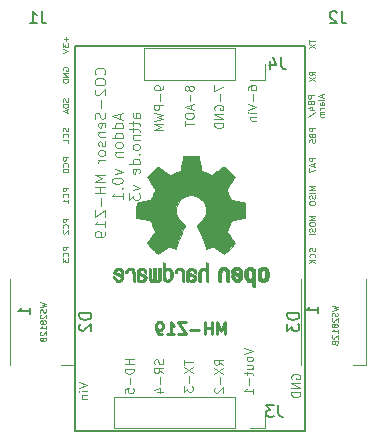
<source format=gbr>
%TF.GenerationSoftware,KiCad,Pcbnew,(5.1.8)-1*%
%TF.CreationDate,2021-02-07T19:47:34+01:00*%
%TF.ProjectId,addon_MH-Z19,6164646f-6e5f-44d4-982d-5a31392e6b69,rev?*%
%TF.SameCoordinates,Original*%
%TF.FileFunction,Legend,Bot*%
%TF.FilePolarity,Positive*%
%FSLAX46Y46*%
G04 Gerber Fmt 4.6, Leading zero omitted, Abs format (unit mm)*
G04 Created by KiCad (PCBNEW (5.1.8)-1) date 2021-02-07 19:47:34*
%MOMM*%
%LPD*%
G01*
G04 APERTURE LIST*
%ADD10C,0.100000*%
%ADD11C,0.250000*%
%ADD12C,0.150000*%
%ADD13C,0.010000*%
%ADD14C,0.120000*%
%ADD15C,0.080000*%
G04 APERTURE END LIST*
D10*
X64071428Y-48135714D02*
X64114285Y-48092857D01*
X64157142Y-47964285D01*
X64157142Y-47878571D01*
X64114285Y-47750000D01*
X64028571Y-47664285D01*
X63942857Y-47621428D01*
X63771428Y-47578571D01*
X63642857Y-47578571D01*
X63471428Y-47621428D01*
X63385714Y-47664285D01*
X63300000Y-47750000D01*
X63257142Y-47878571D01*
X63257142Y-47964285D01*
X63300000Y-48092857D01*
X63342857Y-48135714D01*
X63257142Y-48692857D02*
X63257142Y-48864285D01*
X63300000Y-48950000D01*
X63385714Y-49035714D01*
X63557142Y-49078571D01*
X63857142Y-49078571D01*
X64028571Y-49035714D01*
X64114285Y-48950000D01*
X64157142Y-48864285D01*
X64157142Y-48692857D01*
X64114285Y-48607142D01*
X64028571Y-48521428D01*
X63857142Y-48478571D01*
X63557142Y-48478571D01*
X63385714Y-48521428D01*
X63300000Y-48607142D01*
X63257142Y-48692857D01*
X63342857Y-49421428D02*
X63300000Y-49464285D01*
X63257142Y-49550000D01*
X63257142Y-49764285D01*
X63300000Y-49850000D01*
X63342857Y-49892857D01*
X63428571Y-49935714D01*
X63514285Y-49935714D01*
X63642857Y-49892857D01*
X64157142Y-49378571D01*
X64157142Y-49935714D01*
X63814285Y-50321428D02*
X63814285Y-51007142D01*
X64114285Y-51392857D02*
X64157142Y-51521428D01*
X64157142Y-51735714D01*
X64114285Y-51821428D01*
X64071428Y-51864285D01*
X63985714Y-51907142D01*
X63900000Y-51907142D01*
X63814285Y-51864285D01*
X63771428Y-51821428D01*
X63728571Y-51735714D01*
X63685714Y-51564285D01*
X63642857Y-51478571D01*
X63600000Y-51435714D01*
X63514285Y-51392857D01*
X63428571Y-51392857D01*
X63342857Y-51435714D01*
X63300000Y-51478571D01*
X63257142Y-51564285D01*
X63257142Y-51778571D01*
X63300000Y-51907142D01*
X64114285Y-52635714D02*
X64157142Y-52550000D01*
X64157142Y-52378571D01*
X64114285Y-52292857D01*
X64028571Y-52250000D01*
X63685714Y-52250000D01*
X63600000Y-52292857D01*
X63557142Y-52378571D01*
X63557142Y-52550000D01*
X63600000Y-52635714D01*
X63685714Y-52678571D01*
X63771428Y-52678571D01*
X63857142Y-52250000D01*
X63557142Y-53064285D02*
X64157142Y-53064285D01*
X63642857Y-53064285D02*
X63600000Y-53107142D01*
X63557142Y-53192857D01*
X63557142Y-53321428D01*
X63600000Y-53407142D01*
X63685714Y-53450000D01*
X64157142Y-53450000D01*
X64114285Y-53835714D02*
X64157142Y-53921428D01*
X64157142Y-54092857D01*
X64114285Y-54178571D01*
X64028571Y-54221428D01*
X63985714Y-54221428D01*
X63900000Y-54178571D01*
X63857142Y-54092857D01*
X63857142Y-53964285D01*
X63814285Y-53878571D01*
X63728571Y-53835714D01*
X63685714Y-53835714D01*
X63600000Y-53878571D01*
X63557142Y-53964285D01*
X63557142Y-54092857D01*
X63600000Y-54178571D01*
X64157142Y-54735714D02*
X64114285Y-54650000D01*
X64071428Y-54607142D01*
X63985714Y-54564285D01*
X63728571Y-54564285D01*
X63642857Y-54607142D01*
X63600000Y-54650000D01*
X63557142Y-54735714D01*
X63557142Y-54864285D01*
X63600000Y-54950000D01*
X63642857Y-54992857D01*
X63728571Y-55035714D01*
X63985714Y-55035714D01*
X64071428Y-54992857D01*
X64114285Y-54950000D01*
X64157142Y-54864285D01*
X64157142Y-54735714D01*
X64157142Y-55421428D02*
X63557142Y-55421428D01*
X63728571Y-55421428D02*
X63642857Y-55464285D01*
X63600000Y-55507142D01*
X63557142Y-55592857D01*
X63557142Y-55678571D01*
X64157142Y-56664285D02*
X63257142Y-56664285D01*
X63900000Y-56964285D01*
X63257142Y-57264285D01*
X64157142Y-57264285D01*
X64157142Y-57692857D02*
X63257142Y-57692857D01*
X63685714Y-57692857D02*
X63685714Y-58207142D01*
X64157142Y-58207142D02*
X63257142Y-58207142D01*
X63814285Y-58635714D02*
X63814285Y-59321428D01*
X63257142Y-59664285D02*
X63257142Y-60264285D01*
X64157142Y-59664285D01*
X64157142Y-60264285D01*
X64157142Y-61078571D02*
X64157142Y-60564285D01*
X64157142Y-60821428D02*
X63257142Y-60821428D01*
X63385714Y-60735714D01*
X63471428Y-60650000D01*
X63514285Y-60564285D01*
X64157142Y-61507142D02*
X64157142Y-61678571D01*
X64114285Y-61764285D01*
X64071428Y-61807142D01*
X63942857Y-61892857D01*
X63771428Y-61935714D01*
X63428571Y-61935714D01*
X63342857Y-61892857D01*
X63300000Y-61850000D01*
X63257142Y-61764285D01*
X63257142Y-61592857D01*
X63300000Y-61507142D01*
X63342857Y-61464285D01*
X63428571Y-61421428D01*
X63642857Y-61421428D01*
X63728571Y-61464285D01*
X63771428Y-61507142D01*
X63814285Y-61592857D01*
X63814285Y-61764285D01*
X63771428Y-61850000D01*
X63728571Y-61892857D01*
X63642857Y-61935714D01*
X65350000Y-51500000D02*
X65350000Y-51928571D01*
X65607142Y-51414285D02*
X64707142Y-51714285D01*
X65607142Y-52014285D01*
X65607142Y-52700000D02*
X64707142Y-52700000D01*
X65564285Y-52700000D02*
X65607142Y-52614285D01*
X65607142Y-52442857D01*
X65564285Y-52357142D01*
X65521428Y-52314285D01*
X65435714Y-52271428D01*
X65178571Y-52271428D01*
X65092857Y-52314285D01*
X65050000Y-52357142D01*
X65007142Y-52442857D01*
X65007142Y-52614285D01*
X65050000Y-52700000D01*
X65607142Y-53514285D02*
X64707142Y-53514285D01*
X65564285Y-53514285D02*
X65607142Y-53428571D01*
X65607142Y-53257142D01*
X65564285Y-53171428D01*
X65521428Y-53128571D01*
X65435714Y-53085714D01*
X65178571Y-53085714D01*
X65092857Y-53128571D01*
X65050000Y-53171428D01*
X65007142Y-53257142D01*
X65007142Y-53428571D01*
X65050000Y-53514285D01*
X65607142Y-54071428D02*
X65564285Y-53985714D01*
X65521428Y-53942857D01*
X65435714Y-53900000D01*
X65178571Y-53900000D01*
X65092857Y-53942857D01*
X65050000Y-53985714D01*
X65007142Y-54071428D01*
X65007142Y-54200000D01*
X65050000Y-54285714D01*
X65092857Y-54328571D01*
X65178571Y-54371428D01*
X65435714Y-54371428D01*
X65521428Y-54328571D01*
X65564285Y-54285714D01*
X65607142Y-54200000D01*
X65607142Y-54071428D01*
X65007142Y-54757142D02*
X65607142Y-54757142D01*
X65092857Y-54757142D02*
X65050000Y-54800000D01*
X65007142Y-54885714D01*
X65007142Y-55014285D01*
X65050000Y-55100000D01*
X65135714Y-55142857D01*
X65607142Y-55142857D01*
X65007142Y-56171428D02*
X65607142Y-56385714D01*
X65007142Y-56600000D01*
X64707142Y-57114285D02*
X64707142Y-57200000D01*
X64750000Y-57285714D01*
X64792857Y-57328571D01*
X64878571Y-57371428D01*
X65050000Y-57414285D01*
X65264285Y-57414285D01*
X65435714Y-57371428D01*
X65521428Y-57328571D01*
X65564285Y-57285714D01*
X65607142Y-57200000D01*
X65607142Y-57114285D01*
X65564285Y-57028571D01*
X65521428Y-56985714D01*
X65435714Y-56942857D01*
X65264285Y-56900000D01*
X65050000Y-56900000D01*
X64878571Y-56942857D01*
X64792857Y-56985714D01*
X64750000Y-57028571D01*
X64707142Y-57114285D01*
X65521428Y-57800000D02*
X65564285Y-57842857D01*
X65607142Y-57800000D01*
X65564285Y-57757142D01*
X65521428Y-57800000D01*
X65607142Y-57800000D01*
X65607142Y-58700000D02*
X65607142Y-58185714D01*
X65607142Y-58442857D02*
X64707142Y-58442857D01*
X64835714Y-58357142D01*
X64921428Y-58271428D01*
X64964285Y-58185714D01*
X67057142Y-51842857D02*
X66585714Y-51842857D01*
X66500000Y-51800000D01*
X66457142Y-51714285D01*
X66457142Y-51542857D01*
X66500000Y-51457142D01*
X67014285Y-51842857D02*
X67057142Y-51757142D01*
X67057142Y-51542857D01*
X67014285Y-51457142D01*
X66928571Y-51414285D01*
X66842857Y-51414285D01*
X66757142Y-51457142D01*
X66714285Y-51542857D01*
X66714285Y-51757142D01*
X66671428Y-51842857D01*
X66457142Y-52142857D02*
X66457142Y-52485714D01*
X66157142Y-52271428D02*
X66928571Y-52271428D01*
X67014285Y-52314285D01*
X67057142Y-52400000D01*
X67057142Y-52485714D01*
X66457142Y-52657142D02*
X66457142Y-53000000D01*
X66157142Y-52785714D02*
X66928571Y-52785714D01*
X67014285Y-52828571D01*
X67057142Y-52914285D01*
X67057142Y-53000000D01*
X66457142Y-53300000D02*
X67057142Y-53300000D01*
X66542857Y-53300000D02*
X66500000Y-53342857D01*
X66457142Y-53428571D01*
X66457142Y-53557142D01*
X66500000Y-53642857D01*
X66585714Y-53685714D01*
X67057142Y-53685714D01*
X67057142Y-54242857D02*
X67014285Y-54157142D01*
X66971428Y-54114285D01*
X66885714Y-54071428D01*
X66628571Y-54071428D01*
X66542857Y-54114285D01*
X66500000Y-54157142D01*
X66457142Y-54242857D01*
X66457142Y-54371428D01*
X66500000Y-54457142D01*
X66542857Y-54500000D01*
X66628571Y-54542857D01*
X66885714Y-54542857D01*
X66971428Y-54500000D01*
X67014285Y-54457142D01*
X67057142Y-54371428D01*
X67057142Y-54242857D01*
X66971428Y-54928571D02*
X67014285Y-54971428D01*
X67057142Y-54928571D01*
X67014285Y-54885714D01*
X66971428Y-54928571D01*
X67057142Y-54928571D01*
X67057142Y-55742857D02*
X66157142Y-55742857D01*
X67014285Y-55742857D02*
X67057142Y-55657142D01*
X67057142Y-55485714D01*
X67014285Y-55400000D01*
X66971428Y-55357142D01*
X66885714Y-55314285D01*
X66628571Y-55314285D01*
X66542857Y-55357142D01*
X66500000Y-55400000D01*
X66457142Y-55485714D01*
X66457142Y-55657142D01*
X66500000Y-55742857D01*
X67014285Y-56514285D02*
X67057142Y-56428571D01*
X67057142Y-56257142D01*
X67014285Y-56171428D01*
X66928571Y-56128571D01*
X66585714Y-56128571D01*
X66500000Y-56171428D01*
X66457142Y-56257142D01*
X66457142Y-56428571D01*
X66500000Y-56514285D01*
X66585714Y-56557142D01*
X66671428Y-56557142D01*
X66757142Y-56128571D01*
X66457142Y-57542857D02*
X67057142Y-57757142D01*
X66457142Y-57971428D01*
X66157142Y-58228571D02*
X66157142Y-58785714D01*
X66500000Y-58485714D01*
X66500000Y-58614285D01*
X66542857Y-58700000D01*
X66585714Y-58742857D01*
X66671428Y-58785714D01*
X66885714Y-58785714D01*
X66971428Y-58742857D01*
X67014285Y-58700000D01*
X67057142Y-58614285D01*
X67057142Y-58357142D01*
X67014285Y-58271428D01*
X66971428Y-58228571D01*
X69039285Y-49160714D02*
X69039285Y-49303571D01*
X69003571Y-49375000D01*
X68967857Y-49410714D01*
X68860714Y-49482142D01*
X68717857Y-49517857D01*
X68432142Y-49517857D01*
X68360714Y-49482142D01*
X68325000Y-49446428D01*
X68289285Y-49375000D01*
X68289285Y-49232142D01*
X68325000Y-49160714D01*
X68360714Y-49125000D01*
X68432142Y-49089285D01*
X68610714Y-49089285D01*
X68682142Y-49125000D01*
X68717857Y-49160714D01*
X68753571Y-49232142D01*
X68753571Y-49375000D01*
X68717857Y-49446428D01*
X68682142Y-49482142D01*
X68610714Y-49517857D01*
X68753571Y-49839285D02*
X68753571Y-50410714D01*
X69039285Y-50767857D02*
X68289285Y-50767857D01*
X68289285Y-51053571D01*
X68325000Y-51125000D01*
X68360714Y-51160714D01*
X68432142Y-51196428D01*
X68539285Y-51196428D01*
X68610714Y-51160714D01*
X68646428Y-51125000D01*
X68682142Y-51053571D01*
X68682142Y-50767857D01*
X68289285Y-51446428D02*
X69039285Y-51625000D01*
X68503571Y-51767857D01*
X69039285Y-51910714D01*
X68289285Y-52089285D01*
X69039285Y-52375000D02*
X68289285Y-52375000D01*
X68825000Y-52625000D01*
X68289285Y-52875000D01*
X69039285Y-52875000D01*
X71210714Y-49264285D02*
X71175000Y-49192857D01*
X71139285Y-49157142D01*
X71067857Y-49121428D01*
X71032142Y-49121428D01*
X70960714Y-49157142D01*
X70925000Y-49192857D01*
X70889285Y-49264285D01*
X70889285Y-49407142D01*
X70925000Y-49478571D01*
X70960714Y-49514285D01*
X71032142Y-49550000D01*
X71067857Y-49550000D01*
X71139285Y-49514285D01*
X71175000Y-49478571D01*
X71210714Y-49407142D01*
X71210714Y-49264285D01*
X71246428Y-49192857D01*
X71282142Y-49157142D01*
X71353571Y-49121428D01*
X71496428Y-49121428D01*
X71567857Y-49157142D01*
X71603571Y-49192857D01*
X71639285Y-49264285D01*
X71639285Y-49407142D01*
X71603571Y-49478571D01*
X71567857Y-49514285D01*
X71496428Y-49550000D01*
X71353571Y-49550000D01*
X71282142Y-49514285D01*
X71246428Y-49478571D01*
X71210714Y-49407142D01*
X71353571Y-49871428D02*
X71353571Y-50442857D01*
X71425000Y-50764285D02*
X71425000Y-51121428D01*
X71639285Y-50692857D02*
X70889285Y-50942857D01*
X71639285Y-51192857D01*
X70889285Y-51585714D02*
X70889285Y-51728571D01*
X70925000Y-51800000D01*
X70996428Y-51871428D01*
X71139285Y-51907142D01*
X71389285Y-51907142D01*
X71532142Y-51871428D01*
X71603571Y-51800000D01*
X71639285Y-51728571D01*
X71639285Y-51585714D01*
X71603571Y-51514285D01*
X71532142Y-51442857D01*
X71389285Y-51407142D01*
X71139285Y-51407142D01*
X70996428Y-51442857D01*
X70925000Y-51514285D01*
X70889285Y-51585714D01*
X70889285Y-52121428D02*
X70889285Y-52550000D01*
X71639285Y-52335714D02*
X70889285Y-52335714D01*
X73389285Y-49042857D02*
X73389285Y-49542857D01*
X74139285Y-49221428D01*
X73853571Y-49828571D02*
X73853571Y-50400000D01*
X73425000Y-51150000D02*
X73389285Y-51078571D01*
X73389285Y-50971428D01*
X73425000Y-50864285D01*
X73496428Y-50792857D01*
X73567857Y-50757142D01*
X73710714Y-50721428D01*
X73817857Y-50721428D01*
X73960714Y-50757142D01*
X74032142Y-50792857D01*
X74103571Y-50864285D01*
X74139285Y-50971428D01*
X74139285Y-51042857D01*
X74103571Y-51150000D01*
X74067857Y-51185714D01*
X73817857Y-51185714D01*
X73817857Y-51042857D01*
X74139285Y-51507142D02*
X73389285Y-51507142D01*
X74139285Y-51935714D01*
X73389285Y-51935714D01*
X74139285Y-52292857D02*
X73389285Y-52292857D01*
X73389285Y-52471428D01*
X73425000Y-52578571D01*
X73496428Y-52650000D01*
X73567857Y-52685714D01*
X73710714Y-52721428D01*
X73817857Y-52721428D01*
X73960714Y-52685714D01*
X74032142Y-52650000D01*
X74103571Y-52578571D01*
X74139285Y-52471428D01*
X74139285Y-52292857D01*
X76189285Y-49439285D02*
X76189285Y-49296428D01*
X76225000Y-49225000D01*
X76260714Y-49189285D01*
X76367857Y-49117857D01*
X76510714Y-49082142D01*
X76796428Y-49082142D01*
X76867857Y-49117857D01*
X76903571Y-49153571D01*
X76939285Y-49225000D01*
X76939285Y-49367857D01*
X76903571Y-49439285D01*
X76867857Y-49475000D01*
X76796428Y-49510714D01*
X76617857Y-49510714D01*
X76546428Y-49475000D01*
X76510714Y-49439285D01*
X76475000Y-49367857D01*
X76475000Y-49225000D01*
X76510714Y-49153571D01*
X76546428Y-49117857D01*
X76617857Y-49082142D01*
X76653571Y-49832142D02*
X76653571Y-50403571D01*
X76189285Y-50653571D02*
X76939285Y-50903571D01*
X76189285Y-51153571D01*
X76939285Y-51403571D02*
X76439285Y-51403571D01*
X76189285Y-51403571D02*
X76225000Y-51367857D01*
X76260714Y-51403571D01*
X76225000Y-51439285D01*
X76189285Y-51403571D01*
X76260714Y-51403571D01*
X76439285Y-51760714D02*
X76939285Y-51760714D01*
X76510714Y-51760714D02*
X76475000Y-51796428D01*
X76439285Y-51867857D01*
X76439285Y-51975000D01*
X76475000Y-52046428D01*
X76546428Y-52082142D01*
X76939285Y-52082142D01*
X66539285Y-72289285D02*
X65789285Y-72289285D01*
X66146428Y-72289285D02*
X66146428Y-72717857D01*
X66539285Y-72717857D02*
X65789285Y-72717857D01*
X66539285Y-73075000D02*
X65789285Y-73075000D01*
X65789285Y-73253571D01*
X65825000Y-73360714D01*
X65896428Y-73432142D01*
X65967857Y-73467857D01*
X66110714Y-73503571D01*
X66217857Y-73503571D01*
X66360714Y-73467857D01*
X66432142Y-73432142D01*
X66503571Y-73360714D01*
X66539285Y-73253571D01*
X66539285Y-73075000D01*
X66253571Y-73825000D02*
X66253571Y-74396428D01*
X65789285Y-75110714D02*
X65789285Y-74753571D01*
X66146428Y-74717857D01*
X66110714Y-74753571D01*
X66075000Y-74825000D01*
X66075000Y-75003571D01*
X66110714Y-75075000D01*
X66146428Y-75110714D01*
X66217857Y-75146428D01*
X66396428Y-75146428D01*
X66467857Y-75110714D01*
X66503571Y-75075000D01*
X66539285Y-75003571D01*
X66539285Y-74825000D01*
X66503571Y-74753571D01*
X66467857Y-74717857D01*
X69003571Y-72289285D02*
X69039285Y-72396428D01*
X69039285Y-72575000D01*
X69003571Y-72646428D01*
X68967857Y-72682142D01*
X68896428Y-72717857D01*
X68825000Y-72717857D01*
X68753571Y-72682142D01*
X68717857Y-72646428D01*
X68682142Y-72575000D01*
X68646428Y-72432142D01*
X68610714Y-72360714D01*
X68575000Y-72325000D01*
X68503571Y-72289285D01*
X68432142Y-72289285D01*
X68360714Y-72325000D01*
X68325000Y-72360714D01*
X68289285Y-72432142D01*
X68289285Y-72610714D01*
X68325000Y-72717857D01*
X69039285Y-73467857D02*
X68682142Y-73217857D01*
X69039285Y-73039285D02*
X68289285Y-73039285D01*
X68289285Y-73325000D01*
X68325000Y-73396428D01*
X68360714Y-73432142D01*
X68432142Y-73467857D01*
X68539285Y-73467857D01*
X68610714Y-73432142D01*
X68646428Y-73396428D01*
X68682142Y-73325000D01*
X68682142Y-73039285D01*
X68753571Y-73789285D02*
X68753571Y-74360714D01*
X68539285Y-75039285D02*
X69039285Y-75039285D01*
X68253571Y-74860714D02*
X68789285Y-74682142D01*
X68789285Y-75146428D01*
X75889285Y-71335714D02*
X76639285Y-71585714D01*
X75889285Y-71835714D01*
X76639285Y-72192857D02*
X76603571Y-72121428D01*
X76567857Y-72085714D01*
X76496428Y-72050000D01*
X76282142Y-72050000D01*
X76210714Y-72085714D01*
X76175000Y-72121428D01*
X76139285Y-72192857D01*
X76139285Y-72300000D01*
X76175000Y-72371428D01*
X76210714Y-72407142D01*
X76282142Y-72442857D01*
X76496428Y-72442857D01*
X76567857Y-72407142D01*
X76603571Y-72371428D01*
X76639285Y-72300000D01*
X76639285Y-72192857D01*
X76139285Y-73085714D02*
X76639285Y-73085714D01*
X76139285Y-72764285D02*
X76532142Y-72764285D01*
X76603571Y-72800000D01*
X76639285Y-72871428D01*
X76639285Y-72978571D01*
X76603571Y-73050000D01*
X76567857Y-73085714D01*
X76139285Y-73335714D02*
X76139285Y-73621428D01*
X75889285Y-73442857D02*
X76532142Y-73442857D01*
X76603571Y-73478571D01*
X76639285Y-73550000D01*
X76639285Y-73621428D01*
X76353571Y-73871428D02*
X76353571Y-74442857D01*
X76639285Y-75192857D02*
X76639285Y-74764285D01*
X76639285Y-74978571D02*
X75889285Y-74978571D01*
X75996428Y-74907142D01*
X76067857Y-74835714D01*
X76103571Y-74764285D01*
X70789285Y-72307142D02*
X70789285Y-72735714D01*
X71539285Y-72521428D02*
X70789285Y-72521428D01*
X70789285Y-72914285D02*
X71539285Y-73414285D01*
X70789285Y-73414285D02*
X71539285Y-72914285D01*
X71253571Y-73700000D02*
X71253571Y-74271428D01*
X70789285Y-74557142D02*
X70789285Y-75021428D01*
X71075000Y-74771428D01*
X71075000Y-74878571D01*
X71110714Y-74950000D01*
X71146428Y-74985714D01*
X71217857Y-75021428D01*
X71396428Y-75021428D01*
X71467857Y-74985714D01*
X71503571Y-74950000D01*
X71539285Y-74878571D01*
X71539285Y-74664285D01*
X71503571Y-74592857D01*
X71467857Y-74557142D01*
X74139285Y-72753571D02*
X73782142Y-72503571D01*
X74139285Y-72325000D02*
X73389285Y-72325000D01*
X73389285Y-72610714D01*
X73425000Y-72682142D01*
X73460714Y-72717857D01*
X73532142Y-72753571D01*
X73639285Y-72753571D01*
X73710714Y-72717857D01*
X73746428Y-72682142D01*
X73782142Y-72610714D01*
X73782142Y-72325000D01*
X73389285Y-73003571D02*
X74139285Y-73503571D01*
X73389285Y-73503571D02*
X74139285Y-73003571D01*
X73853571Y-73789285D02*
X73853571Y-74360714D01*
X73460714Y-74682142D02*
X73425000Y-74717857D01*
X73389285Y-74789285D01*
X73389285Y-74967857D01*
X73425000Y-75039285D01*
X73460714Y-75075000D01*
X73532142Y-75110714D01*
X73603571Y-75110714D01*
X73710714Y-75075000D01*
X74139285Y-74646428D01*
X74139285Y-75110714D01*
X81902380Y-62857142D02*
X81926190Y-62928571D01*
X81926190Y-63047619D01*
X81902380Y-63095238D01*
X81878571Y-63119047D01*
X81830952Y-63142857D01*
X81783333Y-63142857D01*
X81735714Y-63119047D01*
X81711904Y-63095238D01*
X81688095Y-63047619D01*
X81664285Y-62952380D01*
X81640476Y-62904761D01*
X81616666Y-62880952D01*
X81569047Y-62857142D01*
X81521428Y-62857142D01*
X81473809Y-62880952D01*
X81450000Y-62904761D01*
X81426190Y-62952380D01*
X81426190Y-63071428D01*
X81450000Y-63142857D01*
X81878571Y-63642857D02*
X81902380Y-63619047D01*
X81926190Y-63547619D01*
X81926190Y-63500000D01*
X81902380Y-63428571D01*
X81854761Y-63380952D01*
X81807142Y-63357142D01*
X81711904Y-63333333D01*
X81640476Y-63333333D01*
X81545238Y-63357142D01*
X81497619Y-63380952D01*
X81450000Y-63428571D01*
X81426190Y-63500000D01*
X81426190Y-63547619D01*
X81450000Y-63619047D01*
X81473809Y-63642857D01*
X81926190Y-63857142D02*
X81426190Y-63857142D01*
X81926190Y-64142857D02*
X81640476Y-63928571D01*
X81426190Y-64142857D02*
X81711904Y-63857142D01*
X81926190Y-60114285D02*
X81426190Y-60114285D01*
X81783333Y-60280952D01*
X81426190Y-60447619D01*
X81926190Y-60447619D01*
X81426190Y-60780952D02*
X81426190Y-60876190D01*
X81450000Y-60923809D01*
X81497619Y-60971428D01*
X81592857Y-60995238D01*
X81759523Y-60995238D01*
X81854761Y-60971428D01*
X81902380Y-60923809D01*
X81926190Y-60876190D01*
X81926190Y-60780952D01*
X81902380Y-60733333D01*
X81854761Y-60685714D01*
X81759523Y-60661904D01*
X81592857Y-60661904D01*
X81497619Y-60685714D01*
X81450000Y-60733333D01*
X81426190Y-60780952D01*
X81902380Y-61185714D02*
X81926190Y-61257142D01*
X81926190Y-61376190D01*
X81902380Y-61423809D01*
X81878571Y-61447619D01*
X81830952Y-61471428D01*
X81783333Y-61471428D01*
X81735714Y-61447619D01*
X81711904Y-61423809D01*
X81688095Y-61376190D01*
X81664285Y-61280952D01*
X81640476Y-61233333D01*
X81616666Y-61209523D01*
X81569047Y-61185714D01*
X81521428Y-61185714D01*
X81473809Y-61209523D01*
X81450000Y-61233333D01*
X81426190Y-61280952D01*
X81426190Y-61400000D01*
X81450000Y-61471428D01*
X81926190Y-61685714D02*
X81426190Y-61685714D01*
X81926190Y-57614285D02*
X81426190Y-57614285D01*
X81783333Y-57780952D01*
X81426190Y-57947619D01*
X81926190Y-57947619D01*
X81926190Y-58185714D02*
X81426190Y-58185714D01*
X81902380Y-58400000D02*
X81926190Y-58471428D01*
X81926190Y-58590476D01*
X81902380Y-58638095D01*
X81878571Y-58661904D01*
X81830952Y-58685714D01*
X81783333Y-58685714D01*
X81735714Y-58661904D01*
X81711904Y-58638095D01*
X81688095Y-58590476D01*
X81664285Y-58495238D01*
X81640476Y-58447619D01*
X81616666Y-58423809D01*
X81569047Y-58400000D01*
X81521428Y-58400000D01*
X81473809Y-58423809D01*
X81450000Y-58447619D01*
X81426190Y-58495238D01*
X81426190Y-58614285D01*
X81450000Y-58685714D01*
X81426190Y-58995238D02*
X81426190Y-59090476D01*
X81450000Y-59138095D01*
X81497619Y-59185714D01*
X81592857Y-59209523D01*
X81759523Y-59209523D01*
X81854761Y-59185714D01*
X81902380Y-59138095D01*
X81926190Y-59090476D01*
X81926190Y-58995238D01*
X81902380Y-58947619D01*
X81854761Y-58900000D01*
X81759523Y-58876190D01*
X81592857Y-58876190D01*
X81497619Y-58900000D01*
X81450000Y-58947619D01*
X81426190Y-58995238D01*
X81926190Y-55216666D02*
X81426190Y-55216666D01*
X81426190Y-55407142D01*
X81450000Y-55454761D01*
X81473809Y-55478571D01*
X81521428Y-55502380D01*
X81592857Y-55502380D01*
X81640476Y-55478571D01*
X81664285Y-55454761D01*
X81688095Y-55407142D01*
X81688095Y-55216666D01*
X81783333Y-55692857D02*
X81783333Y-55930952D01*
X81926190Y-55645238D02*
X81426190Y-55811904D01*
X81926190Y-55978571D01*
X81426190Y-56097619D02*
X81426190Y-56430952D01*
X81926190Y-56216666D01*
X81926190Y-52680952D02*
X81426190Y-52680952D01*
X81426190Y-52871428D01*
X81450000Y-52919047D01*
X81473809Y-52942857D01*
X81521428Y-52966666D01*
X81592857Y-52966666D01*
X81640476Y-52942857D01*
X81664285Y-52919047D01*
X81688095Y-52871428D01*
X81688095Y-52680952D01*
X81664285Y-53347619D02*
X81688095Y-53419047D01*
X81711904Y-53442857D01*
X81759523Y-53466666D01*
X81830952Y-53466666D01*
X81878571Y-53442857D01*
X81902380Y-53419047D01*
X81926190Y-53371428D01*
X81926190Y-53180952D01*
X81426190Y-53180952D01*
X81426190Y-53347619D01*
X81450000Y-53395238D01*
X81473809Y-53419047D01*
X81521428Y-53442857D01*
X81569047Y-53442857D01*
X81616666Y-53419047D01*
X81640476Y-53395238D01*
X81664285Y-53347619D01*
X81664285Y-53180952D01*
X81426190Y-53919047D02*
X81426190Y-53680952D01*
X81664285Y-53657142D01*
X81640476Y-53680952D01*
X81616666Y-53728571D01*
X81616666Y-53847619D01*
X81640476Y-53895238D01*
X81664285Y-53919047D01*
X81711904Y-53942857D01*
X81830952Y-53942857D01*
X81878571Y-53919047D01*
X81902380Y-53895238D01*
X81926190Y-53847619D01*
X81926190Y-53728571D01*
X81902380Y-53680952D01*
X81878571Y-53657142D01*
X81801190Y-49919047D02*
X81301190Y-49919047D01*
X81301190Y-50109523D01*
X81325000Y-50157142D01*
X81348809Y-50180952D01*
X81396428Y-50204761D01*
X81467857Y-50204761D01*
X81515476Y-50180952D01*
X81539285Y-50157142D01*
X81563095Y-50109523D01*
X81563095Y-49919047D01*
X81539285Y-50585714D02*
X81563095Y-50657142D01*
X81586904Y-50680952D01*
X81634523Y-50704761D01*
X81705952Y-50704761D01*
X81753571Y-50680952D01*
X81777380Y-50657142D01*
X81801190Y-50609523D01*
X81801190Y-50419047D01*
X81301190Y-50419047D01*
X81301190Y-50585714D01*
X81325000Y-50633333D01*
X81348809Y-50657142D01*
X81396428Y-50680952D01*
X81444047Y-50680952D01*
X81491666Y-50657142D01*
X81515476Y-50633333D01*
X81539285Y-50585714D01*
X81539285Y-50419047D01*
X81467857Y-51133333D02*
X81801190Y-51133333D01*
X81277380Y-51014285D02*
X81634523Y-50895238D01*
X81634523Y-51204761D01*
X81277380Y-51752380D02*
X81920238Y-51323809D01*
X82508333Y-49835714D02*
X82508333Y-50073809D01*
X82651190Y-49788095D02*
X82151190Y-49954761D01*
X82651190Y-50121428D01*
X82651190Y-50359523D02*
X82627380Y-50311904D01*
X82579761Y-50288095D01*
X82151190Y-50288095D01*
X82651190Y-50764285D02*
X82389285Y-50764285D01*
X82341666Y-50740476D01*
X82317857Y-50692857D01*
X82317857Y-50597619D01*
X82341666Y-50550000D01*
X82627380Y-50764285D02*
X82651190Y-50716666D01*
X82651190Y-50597619D01*
X82627380Y-50550000D01*
X82579761Y-50526190D01*
X82532142Y-50526190D01*
X82484523Y-50550000D01*
X82460714Y-50597619D01*
X82460714Y-50716666D01*
X82436904Y-50764285D01*
X82651190Y-51002380D02*
X82317857Y-51002380D01*
X82413095Y-51002380D02*
X82365476Y-51026190D01*
X82341666Y-51050000D01*
X82317857Y-51097619D01*
X82317857Y-51145238D01*
X82651190Y-51311904D02*
X82317857Y-51311904D01*
X82365476Y-51311904D02*
X82341666Y-51335714D01*
X82317857Y-51383333D01*
X82317857Y-51454761D01*
X82341666Y-51502380D01*
X82389285Y-51526190D01*
X82651190Y-51526190D01*
X82389285Y-51526190D02*
X82341666Y-51550000D01*
X82317857Y-51597619D01*
X82317857Y-51669047D01*
X82341666Y-51716666D01*
X82389285Y-51740476D01*
X82651190Y-51740476D01*
X81926190Y-48216666D02*
X81688095Y-48050000D01*
X81926190Y-47930952D02*
X81426190Y-47930952D01*
X81426190Y-48121428D01*
X81450000Y-48169047D01*
X81473809Y-48192857D01*
X81521428Y-48216666D01*
X81592857Y-48216666D01*
X81640476Y-48192857D01*
X81664285Y-48169047D01*
X81688095Y-48121428D01*
X81688095Y-47930952D01*
X81426190Y-48383333D02*
X81926190Y-48716666D01*
X81426190Y-48716666D02*
X81926190Y-48383333D01*
X81426190Y-45219047D02*
X81426190Y-45504761D01*
X81926190Y-45361904D02*
X81426190Y-45361904D01*
X81426190Y-45623809D02*
X81926190Y-45957142D01*
X81426190Y-45957142D02*
X81926190Y-45623809D01*
X61026190Y-62780952D02*
X60526190Y-62780952D01*
X60526190Y-62971428D01*
X60550000Y-63019047D01*
X60573809Y-63042857D01*
X60621428Y-63066666D01*
X60692857Y-63066666D01*
X60740476Y-63042857D01*
X60764285Y-63019047D01*
X60788095Y-62971428D01*
X60788095Y-62780952D01*
X60978571Y-63566666D02*
X61002380Y-63542857D01*
X61026190Y-63471428D01*
X61026190Y-63423809D01*
X61002380Y-63352380D01*
X60954761Y-63304761D01*
X60907142Y-63280952D01*
X60811904Y-63257142D01*
X60740476Y-63257142D01*
X60645238Y-63280952D01*
X60597619Y-63304761D01*
X60550000Y-63352380D01*
X60526190Y-63423809D01*
X60526190Y-63471428D01*
X60550000Y-63542857D01*
X60573809Y-63566666D01*
X60526190Y-63733333D02*
X60526190Y-64042857D01*
X60716666Y-63876190D01*
X60716666Y-63947619D01*
X60740476Y-63995238D01*
X60764285Y-64019047D01*
X60811904Y-64042857D01*
X60930952Y-64042857D01*
X60978571Y-64019047D01*
X61002380Y-63995238D01*
X61026190Y-63947619D01*
X61026190Y-63804761D01*
X61002380Y-63757142D01*
X60978571Y-63733333D01*
X61026190Y-60380952D02*
X60526190Y-60380952D01*
X60526190Y-60571428D01*
X60550000Y-60619047D01*
X60573809Y-60642857D01*
X60621428Y-60666666D01*
X60692857Y-60666666D01*
X60740476Y-60642857D01*
X60764285Y-60619047D01*
X60788095Y-60571428D01*
X60788095Y-60380952D01*
X60978571Y-61166666D02*
X61002380Y-61142857D01*
X61026190Y-61071428D01*
X61026190Y-61023809D01*
X61002380Y-60952380D01*
X60954761Y-60904761D01*
X60907142Y-60880952D01*
X60811904Y-60857142D01*
X60740476Y-60857142D01*
X60645238Y-60880952D01*
X60597619Y-60904761D01*
X60550000Y-60952380D01*
X60526190Y-61023809D01*
X60526190Y-61071428D01*
X60550000Y-61142857D01*
X60573809Y-61166666D01*
X60573809Y-61357142D02*
X60550000Y-61380952D01*
X60526190Y-61428571D01*
X60526190Y-61547619D01*
X60550000Y-61595238D01*
X60573809Y-61619047D01*
X60621428Y-61642857D01*
X60669047Y-61642857D01*
X60740476Y-61619047D01*
X61026190Y-61333333D01*
X61026190Y-61642857D01*
X61026190Y-57780952D02*
X60526190Y-57780952D01*
X60526190Y-57971428D01*
X60550000Y-58019047D01*
X60573809Y-58042857D01*
X60621428Y-58066666D01*
X60692857Y-58066666D01*
X60740476Y-58042857D01*
X60764285Y-58019047D01*
X60788095Y-57971428D01*
X60788095Y-57780952D01*
X60978571Y-58566666D02*
X61002380Y-58542857D01*
X61026190Y-58471428D01*
X61026190Y-58423809D01*
X61002380Y-58352380D01*
X60954761Y-58304761D01*
X60907142Y-58280952D01*
X60811904Y-58257142D01*
X60740476Y-58257142D01*
X60645238Y-58280952D01*
X60597619Y-58304761D01*
X60550000Y-58352380D01*
X60526190Y-58423809D01*
X60526190Y-58471428D01*
X60550000Y-58542857D01*
X60573809Y-58566666D01*
X61026190Y-59042857D02*
X61026190Y-58757142D01*
X61026190Y-58900000D02*
X60526190Y-58900000D01*
X60597619Y-58852380D01*
X60645238Y-58804761D01*
X60669047Y-58757142D01*
X61026190Y-55180952D02*
X60526190Y-55180952D01*
X60526190Y-55371428D01*
X60550000Y-55419047D01*
X60573809Y-55442857D01*
X60621428Y-55466666D01*
X60692857Y-55466666D01*
X60740476Y-55442857D01*
X60764285Y-55419047D01*
X60788095Y-55371428D01*
X60788095Y-55180952D01*
X60978571Y-55966666D02*
X61002380Y-55942857D01*
X61026190Y-55871428D01*
X61026190Y-55823809D01*
X61002380Y-55752380D01*
X60954761Y-55704761D01*
X60907142Y-55680952D01*
X60811904Y-55657142D01*
X60740476Y-55657142D01*
X60645238Y-55680952D01*
X60597619Y-55704761D01*
X60550000Y-55752380D01*
X60526190Y-55823809D01*
X60526190Y-55871428D01*
X60550000Y-55942857D01*
X60573809Y-55966666D01*
X60526190Y-56276190D02*
X60526190Y-56323809D01*
X60550000Y-56371428D01*
X60573809Y-56395238D01*
X60621428Y-56419047D01*
X60716666Y-56442857D01*
X60835714Y-56442857D01*
X60930952Y-56419047D01*
X60978571Y-56395238D01*
X61002380Y-56371428D01*
X61026190Y-56323809D01*
X61026190Y-56276190D01*
X61002380Y-56228571D01*
X60978571Y-56204761D01*
X60930952Y-56180952D01*
X60835714Y-56157142D01*
X60716666Y-56157142D01*
X60621428Y-56180952D01*
X60573809Y-56204761D01*
X60550000Y-56228571D01*
X60526190Y-56276190D01*
X61002380Y-52704761D02*
X61026190Y-52776190D01*
X61026190Y-52895238D01*
X61002380Y-52942857D01*
X60978571Y-52966666D01*
X60930952Y-52990476D01*
X60883333Y-52990476D01*
X60835714Y-52966666D01*
X60811904Y-52942857D01*
X60788095Y-52895238D01*
X60764285Y-52800000D01*
X60740476Y-52752380D01*
X60716666Y-52728571D01*
X60669047Y-52704761D01*
X60621428Y-52704761D01*
X60573809Y-52728571D01*
X60550000Y-52752380D01*
X60526190Y-52800000D01*
X60526190Y-52919047D01*
X60550000Y-52990476D01*
X60978571Y-53490476D02*
X61002380Y-53466666D01*
X61026190Y-53395238D01*
X61026190Y-53347619D01*
X61002380Y-53276190D01*
X60954761Y-53228571D01*
X60907142Y-53204761D01*
X60811904Y-53180952D01*
X60740476Y-53180952D01*
X60645238Y-53204761D01*
X60597619Y-53228571D01*
X60550000Y-53276190D01*
X60526190Y-53347619D01*
X60526190Y-53395238D01*
X60550000Y-53466666D01*
X60573809Y-53490476D01*
X61026190Y-53942857D02*
X61026190Y-53704761D01*
X60526190Y-53704761D01*
X61002380Y-50192857D02*
X61026190Y-50264285D01*
X61026190Y-50383333D01*
X61002380Y-50430952D01*
X60978571Y-50454761D01*
X60930952Y-50478571D01*
X60883333Y-50478571D01*
X60835714Y-50454761D01*
X60811904Y-50430952D01*
X60788095Y-50383333D01*
X60764285Y-50288095D01*
X60740476Y-50240476D01*
X60716666Y-50216666D01*
X60669047Y-50192857D01*
X60621428Y-50192857D01*
X60573809Y-50216666D01*
X60550000Y-50240476D01*
X60526190Y-50288095D01*
X60526190Y-50407142D01*
X60550000Y-50478571D01*
X61026190Y-50692857D02*
X60526190Y-50692857D01*
X60526190Y-50811904D01*
X60550000Y-50883333D01*
X60597619Y-50930952D01*
X60645238Y-50954761D01*
X60740476Y-50978571D01*
X60811904Y-50978571D01*
X60907142Y-50954761D01*
X60954761Y-50930952D01*
X61002380Y-50883333D01*
X61026190Y-50811904D01*
X61026190Y-50692857D01*
X60883333Y-51169047D02*
X60883333Y-51407142D01*
X61026190Y-51121428D02*
X60526190Y-51288095D01*
X61026190Y-51454761D01*
X60550000Y-47819047D02*
X60526190Y-47771428D01*
X60526190Y-47700000D01*
X60550000Y-47628571D01*
X60597619Y-47580952D01*
X60645238Y-47557142D01*
X60740476Y-47533333D01*
X60811904Y-47533333D01*
X60907142Y-47557142D01*
X60954761Y-47580952D01*
X61002380Y-47628571D01*
X61026190Y-47700000D01*
X61026190Y-47747619D01*
X61002380Y-47819047D01*
X60978571Y-47842857D01*
X60811904Y-47842857D01*
X60811904Y-47747619D01*
X61026190Y-48057142D02*
X60526190Y-48057142D01*
X61026190Y-48342857D01*
X60526190Y-48342857D01*
X61026190Y-48580952D02*
X60526190Y-48580952D01*
X60526190Y-48700000D01*
X60550000Y-48771428D01*
X60597619Y-48819047D01*
X60645238Y-48842857D01*
X60740476Y-48866666D01*
X60811904Y-48866666D01*
X60907142Y-48842857D01*
X60954761Y-48819047D01*
X61002380Y-48771428D01*
X61026190Y-48700000D01*
X61026190Y-48580952D01*
X60835714Y-44957142D02*
X60835714Y-45338095D01*
X61026190Y-45147619D02*
X60645238Y-45147619D01*
X60526190Y-45528571D02*
X60526190Y-45838095D01*
X60716666Y-45671428D01*
X60716666Y-45742857D01*
X60740476Y-45790476D01*
X60764285Y-45814285D01*
X60811904Y-45838095D01*
X60930952Y-45838095D01*
X60978571Y-45814285D01*
X61002380Y-45790476D01*
X61026190Y-45742857D01*
X61026190Y-45600000D01*
X61002380Y-45552380D01*
X60978571Y-45528571D01*
X60526190Y-45980952D02*
X61026190Y-46147619D01*
X60526190Y-46314285D01*
D11*
X74304761Y-70152380D02*
X74304761Y-69152380D01*
X73971428Y-69866666D01*
X73638095Y-69152380D01*
X73638095Y-70152380D01*
X73161904Y-70152380D02*
X73161904Y-69152380D01*
X73161904Y-69628571D02*
X72590476Y-69628571D01*
X72590476Y-70152380D02*
X72590476Y-69152380D01*
X72114285Y-69771428D02*
X71352380Y-69771428D01*
X70971428Y-69152380D02*
X70304761Y-69152380D01*
X70971428Y-70152380D01*
X70304761Y-70152380D01*
X69400000Y-70152380D02*
X69971428Y-70152380D01*
X69685714Y-70152380D02*
X69685714Y-69152380D01*
X69780952Y-69295238D01*
X69876190Y-69390476D01*
X69971428Y-69438095D01*
X68923809Y-70152380D02*
X68733333Y-70152380D01*
X68638095Y-70104761D01*
X68590476Y-70057142D01*
X68495238Y-69914285D01*
X68447619Y-69723809D01*
X68447619Y-69342857D01*
X68495238Y-69247619D01*
X68542857Y-69200000D01*
X68638095Y-69152380D01*
X68828571Y-69152380D01*
X68923809Y-69200000D01*
X68971428Y-69247619D01*
X69019047Y-69342857D01*
X69019047Y-69580952D01*
X68971428Y-69676190D01*
X68923809Y-69723809D01*
X68828571Y-69771428D01*
X68638095Y-69771428D01*
X68542857Y-69723809D01*
X68495238Y-69676190D01*
X68447619Y-69580952D01*
D12*
X61550000Y-45745000D02*
X61550000Y-78315000D01*
X61550000Y-78315000D02*
X81050000Y-78315000D01*
X61550000Y-45745000D02*
X81050000Y-45745000D01*
X81050000Y-45745000D02*
X81050000Y-78315000D01*
D10*
X79925000Y-73928571D02*
X79889285Y-73857142D01*
X79889285Y-73750000D01*
X79925000Y-73642857D01*
X79996428Y-73571428D01*
X80067857Y-73535714D01*
X80210714Y-73500000D01*
X80317857Y-73500000D01*
X80460714Y-73535714D01*
X80532142Y-73571428D01*
X80603571Y-73642857D01*
X80639285Y-73750000D01*
X80639285Y-73821428D01*
X80603571Y-73928571D01*
X80567857Y-73964285D01*
X80317857Y-73964285D01*
X80317857Y-73821428D01*
X80639285Y-74285714D02*
X79889285Y-74285714D01*
X80639285Y-74714285D01*
X79889285Y-74714285D01*
X80639285Y-75071428D02*
X79889285Y-75071428D01*
X79889285Y-75250000D01*
X79925000Y-75357142D01*
X79996428Y-75428571D01*
X80067857Y-75464285D01*
X80210714Y-75500000D01*
X80317857Y-75500000D01*
X80460714Y-75464285D01*
X80532142Y-75428571D01*
X80603571Y-75357142D01*
X80639285Y-75250000D01*
X80639285Y-75071428D01*
X61889285Y-74232142D02*
X62639285Y-74482142D01*
X61889285Y-74732142D01*
X62639285Y-74982142D02*
X62139285Y-74982142D01*
X61889285Y-74982142D02*
X61925000Y-74946428D01*
X61960714Y-74982142D01*
X61925000Y-75017857D01*
X61889285Y-74982142D01*
X61960714Y-74982142D01*
X62139285Y-75339285D02*
X62639285Y-75339285D01*
X62210714Y-75339285D02*
X62175000Y-75375000D01*
X62139285Y-75446428D01*
X62139285Y-75553571D01*
X62175000Y-75625000D01*
X62246428Y-75660714D01*
X62639285Y-75660714D01*
D13*
%TO.C,REF\u002A\u002A*%
G36*
X76228100Y-64461903D02*
G01*
X76116550Y-64517522D01*
X76018092Y-64619931D01*
X75990977Y-64657864D01*
X75961438Y-64707500D01*
X75942272Y-64761412D01*
X75931307Y-64833364D01*
X75926371Y-64937122D01*
X75925287Y-65074101D01*
X75930182Y-65261815D01*
X75947196Y-65402758D01*
X75979823Y-65507908D01*
X76031558Y-65588243D01*
X76105896Y-65654741D01*
X76111358Y-65658678D01*
X76184620Y-65698953D01*
X76272840Y-65718880D01*
X76385038Y-65723793D01*
X76567433Y-65723793D01*
X76567509Y-65900857D01*
X76569207Y-65999470D01*
X76579550Y-66057314D01*
X76606578Y-66092006D01*
X76658332Y-66121164D01*
X76670761Y-66127121D01*
X76728923Y-66155039D01*
X76773956Y-66172672D01*
X76807441Y-66174194D01*
X76830962Y-66153781D01*
X76846100Y-66105607D01*
X76854437Y-66023846D01*
X76857556Y-65902672D01*
X76857040Y-65736260D01*
X76854471Y-65518785D01*
X76853668Y-65453736D01*
X76850778Y-65229502D01*
X76848188Y-65082821D01*
X76567586Y-65082821D01*
X76566009Y-65207326D01*
X76559000Y-65288787D01*
X76543142Y-65342515D01*
X76515019Y-65383823D01*
X76495925Y-65403971D01*
X76417865Y-65462921D01*
X76348753Y-65467720D01*
X76277440Y-65419038D01*
X76275632Y-65417241D01*
X76246617Y-65379618D01*
X76228967Y-65328484D01*
X76220064Y-65249738D01*
X76217291Y-65129276D01*
X76217241Y-65102588D01*
X76223942Y-64936583D01*
X76245752Y-64821505D01*
X76285235Y-64751254D01*
X76344956Y-64719729D01*
X76379472Y-64716552D01*
X76461389Y-64731460D01*
X76517579Y-64780548D01*
X76551402Y-64870362D01*
X76566220Y-65007445D01*
X76567586Y-65082821D01*
X76848188Y-65082821D01*
X76847713Y-65055952D01*
X76843753Y-64925382D01*
X76838174Y-64830087D01*
X76830254Y-64762364D01*
X76819269Y-64714507D01*
X76804499Y-64678813D01*
X76785218Y-64647578D01*
X76776951Y-64635824D01*
X76667288Y-64524797D01*
X76528635Y-64461847D01*
X76368246Y-64444297D01*
X76228100Y-64461903D01*
G37*
X76228100Y-64461903D02*
X76116550Y-64517522D01*
X76018092Y-64619931D01*
X75990977Y-64657864D01*
X75961438Y-64707500D01*
X75942272Y-64761412D01*
X75931307Y-64833364D01*
X75926371Y-64937122D01*
X75925287Y-65074101D01*
X75930182Y-65261815D01*
X75947196Y-65402758D01*
X75979823Y-65507908D01*
X76031558Y-65588243D01*
X76105896Y-65654741D01*
X76111358Y-65658678D01*
X76184620Y-65698953D01*
X76272840Y-65718880D01*
X76385038Y-65723793D01*
X76567433Y-65723793D01*
X76567509Y-65900857D01*
X76569207Y-65999470D01*
X76579550Y-66057314D01*
X76606578Y-66092006D01*
X76658332Y-66121164D01*
X76670761Y-66127121D01*
X76728923Y-66155039D01*
X76773956Y-66172672D01*
X76807441Y-66174194D01*
X76830962Y-66153781D01*
X76846100Y-66105607D01*
X76854437Y-66023846D01*
X76857556Y-65902672D01*
X76857040Y-65736260D01*
X76854471Y-65518785D01*
X76853668Y-65453736D01*
X76850778Y-65229502D01*
X76848188Y-65082821D01*
X76567586Y-65082821D01*
X76566009Y-65207326D01*
X76559000Y-65288787D01*
X76543142Y-65342515D01*
X76515019Y-65383823D01*
X76495925Y-65403971D01*
X76417865Y-65462921D01*
X76348753Y-65467720D01*
X76277440Y-65419038D01*
X76275632Y-65417241D01*
X76246617Y-65379618D01*
X76228967Y-65328484D01*
X76220064Y-65249738D01*
X76217291Y-65129276D01*
X76217241Y-65102588D01*
X76223942Y-64936583D01*
X76245752Y-64821505D01*
X76285235Y-64751254D01*
X76344956Y-64719729D01*
X76379472Y-64716552D01*
X76461389Y-64731460D01*
X76517579Y-64780548D01*
X76551402Y-64870362D01*
X76566220Y-65007445D01*
X76567586Y-65082821D01*
X76848188Y-65082821D01*
X76847713Y-65055952D01*
X76843753Y-64925382D01*
X76838174Y-64830087D01*
X76830254Y-64762364D01*
X76819269Y-64714507D01*
X76804499Y-64678813D01*
X76785218Y-64647578D01*
X76776951Y-64635824D01*
X76667288Y-64524797D01*
X76528635Y-64461847D01*
X76368246Y-64444297D01*
X76228100Y-64461903D01*
G36*
X73982571Y-64477719D02*
G01*
X73888877Y-64531914D01*
X73823736Y-64585707D01*
X73776093Y-64642066D01*
X73743272Y-64710987D01*
X73722594Y-64802468D01*
X73711380Y-64926506D01*
X73706951Y-65093098D01*
X73706437Y-65212851D01*
X73706437Y-65653659D01*
X73830517Y-65709283D01*
X73954598Y-65764907D01*
X73969195Y-65282095D01*
X73975227Y-65101779D01*
X73981555Y-64970901D01*
X73989394Y-64880511D01*
X73999963Y-64821664D01*
X74014477Y-64785413D01*
X74034152Y-64762810D01*
X74040465Y-64757917D01*
X74136112Y-64719706D01*
X74232793Y-64734827D01*
X74290345Y-64774943D01*
X74313755Y-64803370D01*
X74329961Y-64840672D01*
X74340259Y-64897223D01*
X74345951Y-64983394D01*
X74348336Y-65109558D01*
X74348736Y-65241042D01*
X74348814Y-65405999D01*
X74351639Y-65522761D01*
X74361093Y-65601510D01*
X74381060Y-65652431D01*
X74415424Y-65685706D01*
X74468068Y-65711520D01*
X74538383Y-65738344D01*
X74615180Y-65767542D01*
X74606038Y-65249346D01*
X74602357Y-65062539D01*
X74598050Y-64924490D01*
X74591877Y-64825568D01*
X74582598Y-64756145D01*
X74568973Y-64706590D01*
X74549761Y-64667273D01*
X74526598Y-64632584D01*
X74414848Y-64521770D01*
X74278487Y-64457689D01*
X74130175Y-64442339D01*
X73982571Y-64477719D01*
G37*
X73982571Y-64477719D02*
X73888877Y-64531914D01*
X73823736Y-64585707D01*
X73776093Y-64642066D01*
X73743272Y-64710987D01*
X73722594Y-64802468D01*
X73711380Y-64926506D01*
X73706951Y-65093098D01*
X73706437Y-65212851D01*
X73706437Y-65653659D01*
X73830517Y-65709283D01*
X73954598Y-65764907D01*
X73969195Y-65282095D01*
X73975227Y-65101779D01*
X73981555Y-64970901D01*
X73989394Y-64880511D01*
X73999963Y-64821664D01*
X74014477Y-64785413D01*
X74034152Y-64762810D01*
X74040465Y-64757917D01*
X74136112Y-64719706D01*
X74232793Y-64734827D01*
X74290345Y-64774943D01*
X74313755Y-64803370D01*
X74329961Y-64840672D01*
X74340259Y-64897223D01*
X74345951Y-64983394D01*
X74348336Y-65109558D01*
X74348736Y-65241042D01*
X74348814Y-65405999D01*
X74351639Y-65522761D01*
X74361093Y-65601510D01*
X74381060Y-65652431D01*
X74415424Y-65685706D01*
X74468068Y-65711520D01*
X74538383Y-65738344D01*
X74615180Y-65767542D01*
X74606038Y-65249346D01*
X74602357Y-65062539D01*
X74598050Y-64924490D01*
X74591877Y-64825568D01*
X74582598Y-64756145D01*
X74568973Y-64706590D01*
X74549761Y-64667273D01*
X74526598Y-64632584D01*
X74414848Y-64521770D01*
X74278487Y-64457689D01*
X74130175Y-64442339D01*
X73982571Y-64477719D01*
G36*
X77351779Y-64466015D02*
G01*
X77214939Y-64537968D01*
X77113949Y-64653766D01*
X77078075Y-64728213D01*
X77050161Y-64839992D01*
X77035871Y-64981227D01*
X77034516Y-65135371D01*
X77045405Y-65285879D01*
X77067847Y-65416205D01*
X77101150Y-65509803D01*
X77111385Y-65525922D01*
X77232618Y-65646249D01*
X77376613Y-65718317D01*
X77532861Y-65739408D01*
X77690852Y-65706802D01*
X77734820Y-65687253D01*
X77820444Y-65627012D01*
X77895592Y-65547135D01*
X77902694Y-65537004D01*
X77931561Y-65488181D01*
X77950643Y-65435990D01*
X77961916Y-65367285D01*
X77967355Y-65268918D01*
X77968938Y-65127744D01*
X77968965Y-65096092D01*
X77968893Y-65086019D01*
X77677011Y-65086019D01*
X77675313Y-65219256D01*
X77668628Y-65307674D01*
X77654575Y-65364785D01*
X77630771Y-65404102D01*
X77618621Y-65417241D01*
X77548764Y-65467172D01*
X77480941Y-65464895D01*
X77412365Y-65421584D01*
X77371465Y-65375346D01*
X77347242Y-65307857D01*
X77333639Y-65201433D01*
X77332706Y-65189020D01*
X77330384Y-64996147D01*
X77354650Y-64852900D01*
X77405176Y-64760160D01*
X77481632Y-64718807D01*
X77508924Y-64716552D01*
X77580589Y-64727893D01*
X77629610Y-64767184D01*
X77659582Y-64842326D01*
X77674101Y-64961222D01*
X77677011Y-65086019D01*
X77968893Y-65086019D01*
X77967878Y-64945659D01*
X77963312Y-64840549D01*
X77953312Y-64767714D01*
X77935921Y-64714108D01*
X77909184Y-64666681D01*
X77903276Y-64657864D01*
X77803968Y-64539007D01*
X77695758Y-64470008D01*
X77564019Y-64442619D01*
X77519283Y-64441281D01*
X77351779Y-64466015D01*
G37*
X77351779Y-64466015D02*
X77214939Y-64537968D01*
X77113949Y-64653766D01*
X77078075Y-64728213D01*
X77050161Y-64839992D01*
X77035871Y-64981227D01*
X77034516Y-65135371D01*
X77045405Y-65285879D01*
X77067847Y-65416205D01*
X77101150Y-65509803D01*
X77111385Y-65525922D01*
X77232618Y-65646249D01*
X77376613Y-65718317D01*
X77532861Y-65739408D01*
X77690852Y-65706802D01*
X77734820Y-65687253D01*
X77820444Y-65627012D01*
X77895592Y-65547135D01*
X77902694Y-65537004D01*
X77931561Y-65488181D01*
X77950643Y-65435990D01*
X77961916Y-65367285D01*
X77967355Y-65268918D01*
X77968938Y-65127744D01*
X77968965Y-65096092D01*
X77968893Y-65086019D01*
X77677011Y-65086019D01*
X77675313Y-65219256D01*
X77668628Y-65307674D01*
X77654575Y-65364785D01*
X77630771Y-65404102D01*
X77618621Y-65417241D01*
X77548764Y-65467172D01*
X77480941Y-65464895D01*
X77412365Y-65421584D01*
X77371465Y-65375346D01*
X77347242Y-65307857D01*
X77333639Y-65201433D01*
X77332706Y-65189020D01*
X77330384Y-64996147D01*
X77354650Y-64852900D01*
X77405176Y-64760160D01*
X77481632Y-64718807D01*
X77508924Y-64716552D01*
X77580589Y-64727893D01*
X77629610Y-64767184D01*
X77659582Y-64842326D01*
X77674101Y-64961222D01*
X77677011Y-65086019D01*
X77968893Y-65086019D01*
X77967878Y-64945659D01*
X77963312Y-64840549D01*
X77953312Y-64767714D01*
X77935921Y-64714108D01*
X77909184Y-64666681D01*
X77903276Y-64657864D01*
X77803968Y-64539007D01*
X77695758Y-64470008D01*
X77564019Y-64442619D01*
X77519283Y-64441281D01*
X77351779Y-64466015D01*
G36*
X75084448Y-64484676D02*
G01*
X74969342Y-64562111D01*
X74880389Y-64673949D01*
X74827251Y-64816265D01*
X74816503Y-64921015D01*
X74817724Y-64964726D01*
X74827944Y-64998194D01*
X74856039Y-65028179D01*
X74910884Y-65061440D01*
X75001355Y-65104738D01*
X75136328Y-65164833D01*
X75137011Y-65165134D01*
X75261249Y-65222037D01*
X75363127Y-65272565D01*
X75432233Y-65311280D01*
X75458154Y-65332740D01*
X75458161Y-65332913D01*
X75435315Y-65379644D01*
X75381891Y-65431154D01*
X75320558Y-65468261D01*
X75289485Y-65475632D01*
X75204711Y-65450138D01*
X75131707Y-65386291D01*
X75096087Y-65316094D01*
X75061820Y-65264343D01*
X74994697Y-65205409D01*
X74915792Y-65154496D01*
X74846179Y-65126809D01*
X74831623Y-65125287D01*
X74815237Y-65150321D01*
X74814250Y-65214311D01*
X74826292Y-65300593D01*
X74848993Y-65392501D01*
X74879986Y-65473369D01*
X74881552Y-65476509D01*
X74974819Y-65606734D01*
X75095696Y-65695311D01*
X75232973Y-65738786D01*
X75375440Y-65733706D01*
X75511888Y-65676616D01*
X75517955Y-65672602D01*
X75625290Y-65575326D01*
X75695868Y-65448409D01*
X75734926Y-65281526D01*
X75740168Y-65234639D01*
X75749452Y-65013329D01*
X75738322Y-64910124D01*
X75458161Y-64910124D01*
X75454521Y-64974503D01*
X75434611Y-64993291D01*
X75384974Y-64979235D01*
X75306733Y-64946009D01*
X75219274Y-64904359D01*
X75217101Y-64903256D01*
X75142970Y-64864265D01*
X75113219Y-64838244D01*
X75120555Y-64810965D01*
X75151447Y-64775121D01*
X75230040Y-64723251D01*
X75314677Y-64719439D01*
X75390597Y-64757189D01*
X75443035Y-64830001D01*
X75458161Y-64910124D01*
X75738322Y-64910124D01*
X75730356Y-64836261D01*
X75681366Y-64695829D01*
X75613164Y-64597447D01*
X75490065Y-64498030D01*
X75354472Y-64448711D01*
X75216045Y-64445568D01*
X75084448Y-64484676D01*
G37*
X75084448Y-64484676D02*
X74969342Y-64562111D01*
X74880389Y-64673949D01*
X74827251Y-64816265D01*
X74816503Y-64921015D01*
X74817724Y-64964726D01*
X74827944Y-64998194D01*
X74856039Y-65028179D01*
X74910884Y-65061440D01*
X75001355Y-65104738D01*
X75136328Y-65164833D01*
X75137011Y-65165134D01*
X75261249Y-65222037D01*
X75363127Y-65272565D01*
X75432233Y-65311280D01*
X75458154Y-65332740D01*
X75458161Y-65332913D01*
X75435315Y-65379644D01*
X75381891Y-65431154D01*
X75320558Y-65468261D01*
X75289485Y-65475632D01*
X75204711Y-65450138D01*
X75131707Y-65386291D01*
X75096087Y-65316094D01*
X75061820Y-65264343D01*
X74994697Y-65205409D01*
X74915792Y-65154496D01*
X74846179Y-65126809D01*
X74831623Y-65125287D01*
X74815237Y-65150321D01*
X74814250Y-65214311D01*
X74826292Y-65300593D01*
X74848993Y-65392501D01*
X74879986Y-65473369D01*
X74881552Y-65476509D01*
X74974819Y-65606734D01*
X75095696Y-65695311D01*
X75232973Y-65738786D01*
X75375440Y-65733706D01*
X75511888Y-65676616D01*
X75517955Y-65672602D01*
X75625290Y-65575326D01*
X75695868Y-65448409D01*
X75734926Y-65281526D01*
X75740168Y-65234639D01*
X75749452Y-65013329D01*
X75738322Y-64910124D01*
X75458161Y-64910124D01*
X75454521Y-64974503D01*
X75434611Y-64993291D01*
X75384974Y-64979235D01*
X75306733Y-64946009D01*
X75219274Y-64904359D01*
X75217101Y-64903256D01*
X75142970Y-64864265D01*
X75113219Y-64838244D01*
X75120555Y-64810965D01*
X75151447Y-64775121D01*
X75230040Y-64723251D01*
X75314677Y-64719439D01*
X75390597Y-64757189D01*
X75443035Y-64830001D01*
X75458161Y-64910124D01*
X75738322Y-64910124D01*
X75730356Y-64836261D01*
X75681366Y-64695829D01*
X75613164Y-64597447D01*
X75490065Y-64498030D01*
X75354472Y-64448711D01*
X75216045Y-64445568D01*
X75084448Y-64484676D01*
G36*
X72655402Y-64323857D02*
G01*
X72646846Y-64443188D01*
X72637019Y-64513506D01*
X72623401Y-64544179D01*
X72603473Y-64544571D01*
X72597011Y-64540910D01*
X72511060Y-64514398D01*
X72399255Y-64515946D01*
X72285586Y-64543199D01*
X72214490Y-64578455D01*
X72141595Y-64634778D01*
X72088307Y-64698519D01*
X72051725Y-64779510D01*
X72028950Y-64887586D01*
X72017081Y-65032580D01*
X72013218Y-65224326D01*
X72013149Y-65261109D01*
X72013103Y-65674288D01*
X72105046Y-65706339D01*
X72170348Y-65728144D01*
X72206176Y-65738297D01*
X72207230Y-65738391D01*
X72210758Y-65710860D01*
X72213761Y-65634923D01*
X72216010Y-65520565D01*
X72217276Y-65377769D01*
X72217471Y-65290951D01*
X72217877Y-65119773D01*
X72219968Y-64997088D01*
X72225053Y-64913000D01*
X72234440Y-64857614D01*
X72249439Y-64821032D01*
X72271358Y-64793359D01*
X72285043Y-64780032D01*
X72379051Y-64726328D01*
X72481636Y-64722307D01*
X72574710Y-64767725D01*
X72591922Y-64784123D01*
X72617168Y-64814957D01*
X72634680Y-64851531D01*
X72645858Y-64904415D01*
X72652104Y-64984177D01*
X72654818Y-65101385D01*
X72655402Y-65262991D01*
X72655402Y-65674288D01*
X72747345Y-65706339D01*
X72812647Y-65728144D01*
X72848475Y-65738297D01*
X72849529Y-65738391D01*
X72852225Y-65710448D01*
X72854655Y-65631630D01*
X72856722Y-65509453D01*
X72858329Y-65351432D01*
X72859377Y-65165083D01*
X72859769Y-64957920D01*
X72859770Y-64948706D01*
X72859770Y-64159020D01*
X72764885Y-64118997D01*
X72670000Y-64078973D01*
X72655402Y-64323857D01*
G37*
X72655402Y-64323857D02*
X72646846Y-64443188D01*
X72637019Y-64513506D01*
X72623401Y-64544179D01*
X72603473Y-64544571D01*
X72597011Y-64540910D01*
X72511060Y-64514398D01*
X72399255Y-64515946D01*
X72285586Y-64543199D01*
X72214490Y-64578455D01*
X72141595Y-64634778D01*
X72088307Y-64698519D01*
X72051725Y-64779510D01*
X72028950Y-64887586D01*
X72017081Y-65032580D01*
X72013218Y-65224326D01*
X72013149Y-65261109D01*
X72013103Y-65674288D01*
X72105046Y-65706339D01*
X72170348Y-65728144D01*
X72206176Y-65738297D01*
X72207230Y-65738391D01*
X72210758Y-65710860D01*
X72213761Y-65634923D01*
X72216010Y-65520565D01*
X72217276Y-65377769D01*
X72217471Y-65290951D01*
X72217877Y-65119773D01*
X72219968Y-64997088D01*
X72225053Y-64913000D01*
X72234440Y-64857614D01*
X72249439Y-64821032D01*
X72271358Y-64793359D01*
X72285043Y-64780032D01*
X72379051Y-64726328D01*
X72481636Y-64722307D01*
X72574710Y-64767725D01*
X72591922Y-64784123D01*
X72617168Y-64814957D01*
X72634680Y-64851531D01*
X72645858Y-64904415D01*
X72652104Y-64984177D01*
X72654818Y-65101385D01*
X72655402Y-65262991D01*
X72655402Y-65674288D01*
X72747345Y-65706339D01*
X72812647Y-65728144D01*
X72848475Y-65738297D01*
X72849529Y-65738391D01*
X72852225Y-65710448D01*
X72854655Y-65631630D01*
X72856722Y-65509453D01*
X72858329Y-65351432D01*
X72859377Y-65165083D01*
X72859769Y-64957920D01*
X72859770Y-64948706D01*
X72859770Y-64159020D01*
X72764885Y-64118997D01*
X72670000Y-64078973D01*
X72655402Y-64323857D01*
G36*
X71320056Y-64524360D02*
G01*
X71205657Y-64566842D01*
X71204348Y-64567658D01*
X71133597Y-64619730D01*
X71081364Y-64680584D01*
X71044629Y-64759887D01*
X71020366Y-64867309D01*
X71005555Y-65012517D01*
X70997171Y-65205179D01*
X70996436Y-65232628D01*
X70985880Y-65646521D01*
X71074709Y-65692456D01*
X71138982Y-65723498D01*
X71177790Y-65738206D01*
X71179585Y-65738391D01*
X71186300Y-65711250D01*
X71191635Y-65638041D01*
X71194917Y-65531081D01*
X71195632Y-65444469D01*
X71195649Y-65304162D01*
X71202063Y-65216051D01*
X71224420Y-65174025D01*
X71272268Y-65171975D01*
X71355151Y-65203790D01*
X71480287Y-65262272D01*
X71572303Y-65310845D01*
X71619629Y-65352986D01*
X71633542Y-65398916D01*
X71633563Y-65401189D01*
X71610605Y-65480311D01*
X71542630Y-65523055D01*
X71438602Y-65529246D01*
X71363670Y-65528172D01*
X71324161Y-65549753D01*
X71299522Y-65601591D01*
X71285341Y-65667632D01*
X71305777Y-65705104D01*
X71313472Y-65710467D01*
X71385917Y-65732006D01*
X71487367Y-65735055D01*
X71591843Y-65720778D01*
X71665875Y-65694688D01*
X71768228Y-65607785D01*
X71826409Y-65486816D01*
X71837931Y-65392308D01*
X71829138Y-65307062D01*
X71797320Y-65237476D01*
X71734316Y-65175672D01*
X71631969Y-65113772D01*
X71482118Y-65043897D01*
X71472988Y-65039948D01*
X71338003Y-64977588D01*
X71254706Y-64926446D01*
X71219003Y-64880488D01*
X71226797Y-64833683D01*
X71273993Y-64779998D01*
X71288106Y-64767644D01*
X71382641Y-64719741D01*
X71480594Y-64721758D01*
X71565903Y-64768724D01*
X71622504Y-64855669D01*
X71627763Y-64872734D01*
X71678977Y-64955504D01*
X71743963Y-64995372D01*
X71837931Y-65034882D01*
X71837931Y-64932658D01*
X71809347Y-64784072D01*
X71724505Y-64647784D01*
X71680355Y-64602191D01*
X71579995Y-64543674D01*
X71452365Y-64517184D01*
X71320056Y-64524360D01*
G37*
X71320056Y-64524360D02*
X71205657Y-64566842D01*
X71204348Y-64567658D01*
X71133597Y-64619730D01*
X71081364Y-64680584D01*
X71044629Y-64759887D01*
X71020366Y-64867309D01*
X71005555Y-65012517D01*
X70997171Y-65205179D01*
X70996436Y-65232628D01*
X70985880Y-65646521D01*
X71074709Y-65692456D01*
X71138982Y-65723498D01*
X71177790Y-65738206D01*
X71179585Y-65738391D01*
X71186300Y-65711250D01*
X71191635Y-65638041D01*
X71194917Y-65531081D01*
X71195632Y-65444469D01*
X71195649Y-65304162D01*
X71202063Y-65216051D01*
X71224420Y-65174025D01*
X71272268Y-65171975D01*
X71355151Y-65203790D01*
X71480287Y-65262272D01*
X71572303Y-65310845D01*
X71619629Y-65352986D01*
X71633542Y-65398916D01*
X71633563Y-65401189D01*
X71610605Y-65480311D01*
X71542630Y-65523055D01*
X71438602Y-65529246D01*
X71363670Y-65528172D01*
X71324161Y-65549753D01*
X71299522Y-65601591D01*
X71285341Y-65667632D01*
X71305777Y-65705104D01*
X71313472Y-65710467D01*
X71385917Y-65732006D01*
X71487367Y-65735055D01*
X71591843Y-65720778D01*
X71665875Y-65694688D01*
X71768228Y-65607785D01*
X71826409Y-65486816D01*
X71837931Y-65392308D01*
X71829138Y-65307062D01*
X71797320Y-65237476D01*
X71734316Y-65175672D01*
X71631969Y-65113772D01*
X71482118Y-65043897D01*
X71472988Y-65039948D01*
X71338003Y-64977588D01*
X71254706Y-64926446D01*
X71219003Y-64880488D01*
X71226797Y-64833683D01*
X71273993Y-64779998D01*
X71288106Y-64767644D01*
X71382641Y-64719741D01*
X71480594Y-64721758D01*
X71565903Y-64768724D01*
X71622504Y-64855669D01*
X71627763Y-64872734D01*
X71678977Y-64955504D01*
X71743963Y-64995372D01*
X71837931Y-65034882D01*
X71837931Y-64932658D01*
X71809347Y-64784072D01*
X71724505Y-64647784D01*
X71680355Y-64602191D01*
X71579995Y-64543674D01*
X71452365Y-64517184D01*
X71320056Y-64524360D01*
G36*
X70334057Y-64521920D02*
G01*
X70201435Y-64570859D01*
X70093990Y-64657419D01*
X70051968Y-64718352D01*
X70006157Y-64830161D01*
X70007109Y-64911006D01*
X70055192Y-64965378D01*
X70072983Y-64974624D01*
X70149796Y-65003450D01*
X70189024Y-64996065D01*
X70202311Y-64947658D01*
X70202988Y-64920920D01*
X70227314Y-64822548D01*
X70290719Y-64753734D01*
X70378846Y-64720498D01*
X70477337Y-64728861D01*
X70557398Y-64772296D01*
X70584439Y-64797072D01*
X70603606Y-64827129D01*
X70616554Y-64872565D01*
X70624936Y-64943476D01*
X70630407Y-65049960D01*
X70634622Y-65202112D01*
X70635713Y-65250287D01*
X70639693Y-65415095D01*
X70644219Y-65531088D01*
X70651005Y-65607833D01*
X70661769Y-65654893D01*
X70678227Y-65681835D01*
X70702094Y-65698223D01*
X70717374Y-65705463D01*
X70782267Y-65730220D01*
X70820466Y-65738391D01*
X70833088Y-65711103D01*
X70840792Y-65628603D01*
X70843620Y-65489941D01*
X70841614Y-65294162D01*
X70840989Y-65263965D01*
X70836579Y-65085349D01*
X70831365Y-64954923D01*
X70823945Y-64862492D01*
X70812918Y-64797858D01*
X70796883Y-64750825D01*
X70774439Y-64711196D01*
X70762698Y-64694215D01*
X70695381Y-64619080D01*
X70620090Y-64560638D01*
X70610872Y-64555536D01*
X70475867Y-64515260D01*
X70334057Y-64521920D01*
G37*
X70334057Y-64521920D02*
X70201435Y-64570859D01*
X70093990Y-64657419D01*
X70051968Y-64718352D01*
X70006157Y-64830161D01*
X70007109Y-64911006D01*
X70055192Y-64965378D01*
X70072983Y-64974624D01*
X70149796Y-65003450D01*
X70189024Y-64996065D01*
X70202311Y-64947658D01*
X70202988Y-64920920D01*
X70227314Y-64822548D01*
X70290719Y-64753734D01*
X70378846Y-64720498D01*
X70477337Y-64728861D01*
X70557398Y-64772296D01*
X70584439Y-64797072D01*
X70603606Y-64827129D01*
X70616554Y-64872565D01*
X70624936Y-64943476D01*
X70630407Y-65049960D01*
X70634622Y-65202112D01*
X70635713Y-65250287D01*
X70639693Y-65415095D01*
X70644219Y-65531088D01*
X70651005Y-65607833D01*
X70661769Y-65654893D01*
X70678227Y-65681835D01*
X70702094Y-65698223D01*
X70717374Y-65705463D01*
X70782267Y-65730220D01*
X70820466Y-65738391D01*
X70833088Y-65711103D01*
X70840792Y-65628603D01*
X70843620Y-65489941D01*
X70841614Y-65294162D01*
X70840989Y-65263965D01*
X70836579Y-65085349D01*
X70831365Y-64954923D01*
X70823945Y-64862492D01*
X70812918Y-64797858D01*
X70796883Y-64750825D01*
X70774439Y-64711196D01*
X70762698Y-64694215D01*
X70695381Y-64619080D01*
X70620090Y-64560638D01*
X70610872Y-64555536D01*
X70475867Y-64515260D01*
X70334057Y-64521920D01*
G36*
X69006086Y-64754455D02*
G01*
X69006457Y-64972661D01*
X69007892Y-65140519D01*
X69010998Y-65266070D01*
X69016378Y-65357355D01*
X69024638Y-65422415D01*
X69036384Y-65469291D01*
X69052219Y-65506024D01*
X69064210Y-65526991D01*
X69163510Y-65640694D01*
X69289412Y-65711965D01*
X69428709Y-65737538D01*
X69568195Y-65714150D01*
X69651257Y-65672119D01*
X69738455Y-65599411D01*
X69797883Y-65510612D01*
X69833739Y-65394320D01*
X69850219Y-65239135D01*
X69852553Y-65125287D01*
X69852239Y-65117106D01*
X69648276Y-65117106D01*
X69647030Y-65247657D01*
X69641322Y-65334080D01*
X69628196Y-65390618D01*
X69604694Y-65431514D01*
X69576614Y-65462362D01*
X69482312Y-65521905D01*
X69381060Y-65526992D01*
X69285364Y-65477279D01*
X69277916Y-65470543D01*
X69246126Y-65435502D01*
X69226192Y-65393811D01*
X69215400Y-65331762D01*
X69211035Y-65235644D01*
X69210345Y-65129379D01*
X69211841Y-64995880D01*
X69218036Y-64906822D01*
X69231486Y-64848293D01*
X69254749Y-64806382D01*
X69273825Y-64784123D01*
X69362437Y-64727985D01*
X69464492Y-64721235D01*
X69561905Y-64764114D01*
X69580704Y-64780032D01*
X69612707Y-64815382D01*
X69632682Y-64857502D01*
X69643407Y-64920251D01*
X69647661Y-65017487D01*
X69648276Y-65117106D01*
X69852239Y-65117106D01*
X69845496Y-64941947D01*
X69821528Y-64804195D01*
X69776452Y-64700632D01*
X69706072Y-64619856D01*
X69651257Y-64578455D01*
X69551624Y-64533728D01*
X69436145Y-64512967D01*
X69328801Y-64518525D01*
X69268736Y-64540943D01*
X69245165Y-64547323D01*
X69229523Y-64523535D01*
X69218605Y-64459788D01*
X69210345Y-64362687D01*
X69201301Y-64254541D01*
X69188739Y-64189475D01*
X69165881Y-64152268D01*
X69125949Y-64127699D01*
X69100862Y-64116819D01*
X69005977Y-64077072D01*
X69006086Y-64754455D01*
G37*
X69006086Y-64754455D02*
X69006457Y-64972661D01*
X69007892Y-65140519D01*
X69010998Y-65266070D01*
X69016378Y-65357355D01*
X69024638Y-65422415D01*
X69036384Y-65469291D01*
X69052219Y-65506024D01*
X69064210Y-65526991D01*
X69163510Y-65640694D01*
X69289412Y-65711965D01*
X69428709Y-65737538D01*
X69568195Y-65714150D01*
X69651257Y-65672119D01*
X69738455Y-65599411D01*
X69797883Y-65510612D01*
X69833739Y-65394320D01*
X69850219Y-65239135D01*
X69852553Y-65125287D01*
X69852239Y-65117106D01*
X69648276Y-65117106D01*
X69647030Y-65247657D01*
X69641322Y-65334080D01*
X69628196Y-65390618D01*
X69604694Y-65431514D01*
X69576614Y-65462362D01*
X69482312Y-65521905D01*
X69381060Y-65526992D01*
X69285364Y-65477279D01*
X69277916Y-65470543D01*
X69246126Y-65435502D01*
X69226192Y-65393811D01*
X69215400Y-65331762D01*
X69211035Y-65235644D01*
X69210345Y-65129379D01*
X69211841Y-64995880D01*
X69218036Y-64906822D01*
X69231486Y-64848293D01*
X69254749Y-64806382D01*
X69273825Y-64784123D01*
X69362437Y-64727985D01*
X69464492Y-64721235D01*
X69561905Y-64764114D01*
X69580704Y-64780032D01*
X69612707Y-64815382D01*
X69632682Y-64857502D01*
X69643407Y-64920251D01*
X69647661Y-65017487D01*
X69648276Y-65117106D01*
X69852239Y-65117106D01*
X69845496Y-64941947D01*
X69821528Y-64804195D01*
X69776452Y-64700632D01*
X69706072Y-64619856D01*
X69651257Y-64578455D01*
X69551624Y-64533728D01*
X69436145Y-64512967D01*
X69328801Y-64518525D01*
X69268736Y-64540943D01*
X69245165Y-64547323D01*
X69229523Y-64523535D01*
X69218605Y-64459788D01*
X69210345Y-64362687D01*
X69201301Y-64254541D01*
X69188739Y-64189475D01*
X69165881Y-64152268D01*
X69125949Y-64127699D01*
X69100862Y-64116819D01*
X69005977Y-64077072D01*
X69006086Y-64754455D01*
G36*
X67819876Y-64539840D02*
G01*
X67815421Y-64616653D01*
X67811929Y-64733391D01*
X67809685Y-64880821D01*
X67808965Y-65035455D01*
X67808965Y-65558727D01*
X67901355Y-65651117D01*
X67965022Y-65708047D01*
X68020911Y-65731107D01*
X68097298Y-65729647D01*
X68127620Y-65725934D01*
X68222390Y-65715126D01*
X68300778Y-65708933D01*
X68319885Y-65708361D01*
X68384301Y-65712102D01*
X68476429Y-65721494D01*
X68512150Y-65725934D01*
X68599886Y-65732801D01*
X68658847Y-65717885D01*
X68717310Y-65671835D01*
X68738415Y-65651117D01*
X68830805Y-65558727D01*
X68830805Y-64579947D01*
X68756442Y-64546066D01*
X68692410Y-64520970D01*
X68654948Y-64512184D01*
X68645343Y-64539950D01*
X68636365Y-64617530D01*
X68628614Y-64736348D01*
X68622686Y-64887828D01*
X68619827Y-65015805D01*
X68611839Y-65519425D01*
X68542152Y-65529278D01*
X68478771Y-65522389D01*
X68447714Y-65500083D01*
X68439033Y-65458379D01*
X68431622Y-65369544D01*
X68426069Y-65244834D01*
X68422964Y-65095507D01*
X68422516Y-65018661D01*
X68422069Y-64576287D01*
X68330126Y-64544235D01*
X68265051Y-64522443D01*
X68229653Y-64512281D01*
X68228632Y-64512184D01*
X68225080Y-64539809D01*
X68221177Y-64616411D01*
X68217249Y-64732579D01*
X68213624Y-64878904D01*
X68211092Y-65015805D01*
X68203103Y-65519425D01*
X68027931Y-65519425D01*
X68019893Y-65059965D01*
X68011854Y-64600505D01*
X67926457Y-64556344D01*
X67863407Y-64526019D01*
X67826090Y-64512258D01*
X67825013Y-64512184D01*
X67819876Y-64539840D01*
G37*
X67819876Y-64539840D02*
X67815421Y-64616653D01*
X67811929Y-64733391D01*
X67809685Y-64880821D01*
X67808965Y-65035455D01*
X67808965Y-65558727D01*
X67901355Y-65651117D01*
X67965022Y-65708047D01*
X68020911Y-65731107D01*
X68097298Y-65729647D01*
X68127620Y-65725934D01*
X68222390Y-65715126D01*
X68300778Y-65708933D01*
X68319885Y-65708361D01*
X68384301Y-65712102D01*
X68476429Y-65721494D01*
X68512150Y-65725934D01*
X68599886Y-65732801D01*
X68658847Y-65717885D01*
X68717310Y-65671835D01*
X68738415Y-65651117D01*
X68830805Y-65558727D01*
X68830805Y-64579947D01*
X68756442Y-64546066D01*
X68692410Y-64520970D01*
X68654948Y-64512184D01*
X68645343Y-64539950D01*
X68636365Y-64617530D01*
X68628614Y-64736348D01*
X68622686Y-64887828D01*
X68619827Y-65015805D01*
X68611839Y-65519425D01*
X68542152Y-65529278D01*
X68478771Y-65522389D01*
X68447714Y-65500083D01*
X68439033Y-65458379D01*
X68431622Y-65369544D01*
X68426069Y-65244834D01*
X68422964Y-65095507D01*
X68422516Y-65018661D01*
X68422069Y-64576287D01*
X68330126Y-64544235D01*
X68265051Y-64522443D01*
X68229653Y-64512281D01*
X68228632Y-64512184D01*
X68225080Y-64539809D01*
X68221177Y-64616411D01*
X68217249Y-64732579D01*
X68213624Y-64878904D01*
X68211092Y-65015805D01*
X68203103Y-65519425D01*
X68027931Y-65519425D01*
X68019893Y-65059965D01*
X68011854Y-64600505D01*
X67926457Y-64556344D01*
X67863407Y-64526019D01*
X67826090Y-64512258D01*
X67825013Y-64512184D01*
X67819876Y-64539840D01*
G36*
X67085594Y-64535156D02*
G01*
X67001531Y-64573393D01*
X66935550Y-64619726D01*
X66887206Y-64671532D01*
X66853828Y-64738363D01*
X66832747Y-64829769D01*
X66821293Y-64955301D01*
X66816797Y-65124508D01*
X66816322Y-65235933D01*
X66816322Y-65670627D01*
X66890684Y-65704509D01*
X66949254Y-65729272D01*
X66978270Y-65738391D01*
X66983821Y-65711257D01*
X66988225Y-65638094D01*
X66990922Y-65531263D01*
X66991494Y-65446437D01*
X66993954Y-65323887D01*
X67000588Y-65226668D01*
X67010274Y-65167134D01*
X67017968Y-65154483D01*
X67069689Y-65167402D01*
X67150883Y-65200539D01*
X67244898Y-65245461D01*
X67335083Y-65293735D01*
X67404785Y-65336928D01*
X67437352Y-65366608D01*
X67437481Y-65366929D01*
X67434680Y-65421857D01*
X67409561Y-65474292D01*
X67365459Y-65516881D01*
X67301091Y-65531126D01*
X67246079Y-65529466D01*
X67168165Y-65528245D01*
X67127268Y-65546498D01*
X67102705Y-65594726D01*
X67099608Y-65603820D01*
X67088960Y-65672598D01*
X67117435Y-65714360D01*
X67191656Y-65734263D01*
X67271832Y-65737944D01*
X67416110Y-65710658D01*
X67490797Y-65671690D01*
X67583037Y-65580148D01*
X67631957Y-65467782D01*
X67636346Y-65349051D01*
X67594999Y-65238411D01*
X67532803Y-65169080D01*
X67470706Y-65130265D01*
X67373105Y-65081125D01*
X67259368Y-65031292D01*
X67240410Y-65023677D01*
X67115479Y-64968545D01*
X67043461Y-64919954D01*
X67020300Y-64871647D01*
X67041936Y-64817370D01*
X67079080Y-64774943D01*
X67166873Y-64722702D01*
X67263470Y-64718784D01*
X67352056Y-64759041D01*
X67415814Y-64839326D01*
X67424183Y-64860040D01*
X67472904Y-64936225D01*
X67544035Y-64992785D01*
X67633793Y-65039201D01*
X67633793Y-64907584D01*
X67628510Y-64827168D01*
X67605858Y-64763786D01*
X67555633Y-64696163D01*
X67507418Y-64644076D01*
X67432446Y-64570322D01*
X67374194Y-64530702D01*
X67311628Y-64514810D01*
X67240807Y-64512184D01*
X67085594Y-64535156D01*
G37*
X67085594Y-64535156D02*
X67001531Y-64573393D01*
X66935550Y-64619726D01*
X66887206Y-64671532D01*
X66853828Y-64738363D01*
X66832747Y-64829769D01*
X66821293Y-64955301D01*
X66816797Y-65124508D01*
X66816322Y-65235933D01*
X66816322Y-65670627D01*
X66890684Y-65704509D01*
X66949254Y-65729272D01*
X66978270Y-65738391D01*
X66983821Y-65711257D01*
X66988225Y-65638094D01*
X66990922Y-65531263D01*
X66991494Y-65446437D01*
X66993954Y-65323887D01*
X67000588Y-65226668D01*
X67010274Y-65167134D01*
X67017968Y-65154483D01*
X67069689Y-65167402D01*
X67150883Y-65200539D01*
X67244898Y-65245461D01*
X67335083Y-65293735D01*
X67404785Y-65336928D01*
X67437352Y-65366608D01*
X67437481Y-65366929D01*
X67434680Y-65421857D01*
X67409561Y-65474292D01*
X67365459Y-65516881D01*
X67301091Y-65531126D01*
X67246079Y-65529466D01*
X67168165Y-65528245D01*
X67127268Y-65546498D01*
X67102705Y-65594726D01*
X67099608Y-65603820D01*
X67088960Y-65672598D01*
X67117435Y-65714360D01*
X67191656Y-65734263D01*
X67271832Y-65737944D01*
X67416110Y-65710658D01*
X67490797Y-65671690D01*
X67583037Y-65580148D01*
X67631957Y-65467782D01*
X67636346Y-65349051D01*
X67594999Y-65238411D01*
X67532803Y-65169080D01*
X67470706Y-65130265D01*
X67373105Y-65081125D01*
X67259368Y-65031292D01*
X67240410Y-65023677D01*
X67115479Y-64968545D01*
X67043461Y-64919954D01*
X67020300Y-64871647D01*
X67041936Y-64817370D01*
X67079080Y-64774943D01*
X67166873Y-64722702D01*
X67263470Y-64718784D01*
X67352056Y-64759041D01*
X67415814Y-64839326D01*
X67424183Y-64860040D01*
X67472904Y-64936225D01*
X67544035Y-64992785D01*
X67633793Y-65039201D01*
X67633793Y-64907584D01*
X67628510Y-64827168D01*
X67605858Y-64763786D01*
X67555633Y-64696163D01*
X67507418Y-64644076D01*
X67432446Y-64570322D01*
X67374194Y-64530702D01*
X67311628Y-64514810D01*
X67240807Y-64512184D01*
X67085594Y-64535156D01*
G36*
X66064310Y-64540018D02*
G01*
X66029415Y-64555269D01*
X65946123Y-64621235D01*
X65874897Y-64716618D01*
X65830847Y-64818406D01*
X65823678Y-64868587D01*
X65847715Y-64938647D01*
X65900439Y-64975717D01*
X65956969Y-64998164D01*
X65982854Y-65002300D01*
X65995458Y-64972283D01*
X66020346Y-64906961D01*
X66031265Y-64877445D01*
X66092492Y-64775348D01*
X66181139Y-64724423D01*
X66294807Y-64725989D01*
X66303226Y-64727994D01*
X66363912Y-64756767D01*
X66408526Y-64812859D01*
X66438998Y-64903163D01*
X66457256Y-65034571D01*
X66465229Y-65213974D01*
X66465977Y-65309433D01*
X66466348Y-65459913D01*
X66468777Y-65562495D01*
X66475240Y-65627672D01*
X66487712Y-65665938D01*
X66508167Y-65687785D01*
X66538581Y-65703707D01*
X66540339Y-65704509D01*
X66598909Y-65729272D01*
X66627925Y-65738391D01*
X66632384Y-65710822D01*
X66636201Y-65634620D01*
X66639101Y-65519541D01*
X66640809Y-65375341D01*
X66641149Y-65269814D01*
X66639412Y-65065613D01*
X66632618Y-64910697D01*
X66618393Y-64796024D01*
X66594362Y-64712551D01*
X66558152Y-64651236D01*
X66507388Y-64603034D01*
X66457261Y-64569393D01*
X66336725Y-64524619D01*
X66196443Y-64514521D01*
X66064310Y-64540018D01*
G37*
X66064310Y-64540018D02*
X66029415Y-64555269D01*
X65946123Y-64621235D01*
X65874897Y-64716618D01*
X65830847Y-64818406D01*
X65823678Y-64868587D01*
X65847715Y-64938647D01*
X65900439Y-64975717D01*
X65956969Y-64998164D01*
X65982854Y-65002300D01*
X65995458Y-64972283D01*
X66020346Y-64906961D01*
X66031265Y-64877445D01*
X66092492Y-64775348D01*
X66181139Y-64724423D01*
X66294807Y-64725989D01*
X66303226Y-64727994D01*
X66363912Y-64756767D01*
X66408526Y-64812859D01*
X66438998Y-64903163D01*
X66457256Y-65034571D01*
X66465229Y-65213974D01*
X66465977Y-65309433D01*
X66466348Y-65459913D01*
X66468777Y-65562495D01*
X66475240Y-65627672D01*
X66487712Y-65665938D01*
X66508167Y-65687785D01*
X66538581Y-65703707D01*
X66540339Y-65704509D01*
X66598909Y-65729272D01*
X66627925Y-65738391D01*
X66632384Y-65710822D01*
X66636201Y-65634620D01*
X66639101Y-65519541D01*
X66640809Y-65375341D01*
X66641149Y-65269814D01*
X66639412Y-65065613D01*
X66632618Y-64910697D01*
X66618393Y-64796024D01*
X66594362Y-64712551D01*
X66558152Y-64651236D01*
X66507388Y-64603034D01*
X66457261Y-64569393D01*
X66336725Y-64524619D01*
X66196443Y-64514521D01*
X66064310Y-64540018D01*
G36*
X65056561Y-64556540D02*
G01*
X64941050Y-64632034D01*
X64885336Y-64699617D01*
X64841196Y-64822255D01*
X64837691Y-64919298D01*
X64845632Y-65049056D01*
X65144885Y-65180039D01*
X65290389Y-65246958D01*
X65385463Y-65300790D01*
X65434899Y-65347416D01*
X65443489Y-65392720D01*
X65416028Y-65442582D01*
X65385747Y-65475632D01*
X65297637Y-65528633D01*
X65201804Y-65532347D01*
X65113788Y-65491041D01*
X65049131Y-65408983D01*
X65037567Y-65380008D01*
X64982175Y-65289509D01*
X64918447Y-65250940D01*
X64831034Y-65217946D01*
X64831034Y-65343034D01*
X64838762Y-65428156D01*
X64869034Y-65499938D01*
X64932482Y-65582356D01*
X64941912Y-65593066D01*
X65012487Y-65666391D01*
X65073153Y-65705742D01*
X65149050Y-65723845D01*
X65211970Y-65729774D01*
X65324513Y-65731251D01*
X65404630Y-65712535D01*
X65454610Y-65684747D01*
X65533162Y-65623641D01*
X65587537Y-65557554D01*
X65621948Y-65474441D01*
X65640612Y-65362254D01*
X65647744Y-65208946D01*
X65648313Y-65131136D01*
X65646378Y-65037853D01*
X65470101Y-65037853D01*
X65468056Y-65087896D01*
X65462961Y-65096092D01*
X65429334Y-65084958D01*
X65356970Y-65055493D01*
X65260253Y-65013601D01*
X65240027Y-65004597D01*
X65117797Y-64942442D01*
X65050453Y-64887815D01*
X65035652Y-64836649D01*
X65071053Y-64784876D01*
X65100289Y-64762000D01*
X65205784Y-64716250D01*
X65304524Y-64723808D01*
X65387188Y-64779651D01*
X65444452Y-64878753D01*
X65462812Y-64957414D01*
X65470101Y-65037853D01*
X65646378Y-65037853D01*
X65644541Y-64949351D01*
X65630641Y-64814853D01*
X65603106Y-64716916D01*
X65558428Y-64644811D01*
X65493099Y-64587813D01*
X65464617Y-64569393D01*
X65335237Y-64521422D01*
X65193588Y-64518403D01*
X65056561Y-64556540D01*
G37*
X65056561Y-64556540D02*
X64941050Y-64632034D01*
X64885336Y-64699617D01*
X64841196Y-64822255D01*
X64837691Y-64919298D01*
X64845632Y-65049056D01*
X65144885Y-65180039D01*
X65290389Y-65246958D01*
X65385463Y-65300790D01*
X65434899Y-65347416D01*
X65443489Y-65392720D01*
X65416028Y-65442582D01*
X65385747Y-65475632D01*
X65297637Y-65528633D01*
X65201804Y-65532347D01*
X65113788Y-65491041D01*
X65049131Y-65408983D01*
X65037567Y-65380008D01*
X64982175Y-65289509D01*
X64918447Y-65250940D01*
X64831034Y-65217946D01*
X64831034Y-65343034D01*
X64838762Y-65428156D01*
X64869034Y-65499938D01*
X64932482Y-65582356D01*
X64941912Y-65593066D01*
X65012487Y-65666391D01*
X65073153Y-65705742D01*
X65149050Y-65723845D01*
X65211970Y-65729774D01*
X65324513Y-65731251D01*
X65404630Y-65712535D01*
X65454610Y-65684747D01*
X65533162Y-65623641D01*
X65587537Y-65557554D01*
X65621948Y-65474441D01*
X65640612Y-65362254D01*
X65647744Y-65208946D01*
X65648313Y-65131136D01*
X65646378Y-65037853D01*
X65470101Y-65037853D01*
X65468056Y-65087896D01*
X65462961Y-65096092D01*
X65429334Y-65084958D01*
X65356970Y-65055493D01*
X65260253Y-65013601D01*
X65240027Y-65004597D01*
X65117797Y-64942442D01*
X65050453Y-64887815D01*
X65035652Y-64836649D01*
X65071053Y-64784876D01*
X65100289Y-64762000D01*
X65205784Y-64716250D01*
X65304524Y-64723808D01*
X65387188Y-64779651D01*
X65444452Y-64878753D01*
X65462812Y-64957414D01*
X65470101Y-65037853D01*
X65646378Y-65037853D01*
X65644541Y-64949351D01*
X65630641Y-64814853D01*
X65603106Y-64716916D01*
X65558428Y-64644811D01*
X65493099Y-64587813D01*
X65464617Y-64569393D01*
X65335237Y-64521422D01*
X65193588Y-64518403D01*
X65056561Y-64556540D01*
G36*
X71190986Y-55052998D02*
G01*
X71032994Y-55053863D01*
X70918653Y-55056205D01*
X70840593Y-55060762D01*
X70791446Y-55068270D01*
X70763841Y-55079466D01*
X70750408Y-55095088D01*
X70743779Y-55115873D01*
X70743135Y-55118563D01*
X70733065Y-55167113D01*
X70714425Y-55262905D01*
X70689155Y-55395743D01*
X70659193Y-55555431D01*
X70626478Y-55731774D01*
X70625336Y-55737967D01*
X70592567Y-55910782D01*
X70561907Y-56063469D01*
X70535336Y-56186871D01*
X70514833Y-56271831D01*
X70502374Y-56309190D01*
X70501780Y-56309852D01*
X70465081Y-56328095D01*
X70389414Y-56358497D01*
X70291122Y-56394493D01*
X70290575Y-56394685D01*
X70166767Y-56441222D01*
X70020804Y-56500504D01*
X69883219Y-56560109D01*
X69876707Y-56563056D01*
X69652610Y-56664765D01*
X69156381Y-56325897D01*
X69004154Y-56222592D01*
X68866259Y-56130237D01*
X68750685Y-56054084D01*
X68665421Y-55999385D01*
X68618456Y-55971393D01*
X68613996Y-55969317D01*
X68579866Y-55978560D01*
X68516119Y-56023156D01*
X68420269Y-56105209D01*
X68289831Y-56226821D01*
X68156672Y-56356205D01*
X68028306Y-56483702D01*
X67913419Y-56600046D01*
X67818927Y-56698052D01*
X67751747Y-56770536D01*
X67718794Y-56810313D01*
X67717568Y-56812361D01*
X67713926Y-56839656D01*
X67727650Y-56884234D01*
X67762131Y-56952112D01*
X67820761Y-57049311D01*
X67906930Y-57181851D01*
X68021800Y-57352476D01*
X68123746Y-57502655D01*
X68214877Y-57637350D01*
X68289927Y-57748740D01*
X68343631Y-57829005D01*
X68370720Y-57870325D01*
X68372426Y-57873130D01*
X68369118Y-57912721D01*
X68344047Y-57989669D01*
X68302202Y-58089432D01*
X68287288Y-58121291D01*
X68222214Y-58263226D01*
X68152788Y-58424273D01*
X68096391Y-58563621D01*
X68055753Y-58667044D01*
X68023474Y-58745642D01*
X68004822Y-58786720D01*
X68002503Y-58789885D01*
X67968197Y-58795128D01*
X67887331Y-58809494D01*
X67770657Y-58830937D01*
X67628925Y-58857413D01*
X67472890Y-58886877D01*
X67313302Y-58917283D01*
X67160915Y-58946588D01*
X67026479Y-58972745D01*
X66920748Y-58993710D01*
X66854474Y-59007439D01*
X66838218Y-59011320D01*
X66821427Y-59020900D01*
X66808751Y-59042536D01*
X66799622Y-59083531D01*
X66793469Y-59151189D01*
X66789720Y-59252812D01*
X66787808Y-59395703D01*
X66787160Y-59587165D01*
X66787126Y-59665645D01*
X66787126Y-60303906D01*
X66940402Y-60334160D01*
X67025678Y-60350564D01*
X67152930Y-60374509D01*
X67306685Y-60403107D01*
X67471466Y-60433467D01*
X67517011Y-60441806D01*
X67669068Y-60471370D01*
X67801532Y-60500442D01*
X67903286Y-60526329D01*
X67963212Y-60546337D01*
X67973195Y-60552301D01*
X67997707Y-60594534D01*
X68032852Y-60676370D01*
X68071827Y-60781683D01*
X68079558Y-60804368D01*
X68130640Y-60945018D01*
X68194046Y-61103714D01*
X68256096Y-61246225D01*
X68256402Y-61246886D01*
X68359733Y-61470440D01*
X67680039Y-62470232D01*
X68116379Y-62907300D01*
X68248351Y-63037381D01*
X68368721Y-63152048D01*
X68470727Y-63245181D01*
X68547609Y-63310658D01*
X68592607Y-63342357D01*
X68599062Y-63344368D01*
X68636960Y-63328529D01*
X68714292Y-63284496D01*
X68822611Y-63217490D01*
X68953468Y-63132734D01*
X69094948Y-63037816D01*
X69238539Y-62940998D01*
X69366565Y-62856751D01*
X69470895Y-62790258D01*
X69543400Y-62746702D01*
X69575842Y-62731264D01*
X69615424Y-62744328D01*
X69690481Y-62778750D01*
X69785532Y-62827380D01*
X69795608Y-62832785D01*
X69923609Y-62896980D01*
X70011382Y-62928463D01*
X70065972Y-62928798D01*
X70094425Y-62899548D01*
X70094590Y-62899138D01*
X70108812Y-62864498D01*
X70142731Y-62782269D01*
X70193716Y-62658814D01*
X70259138Y-62500498D01*
X70336366Y-62313686D01*
X70422771Y-62104742D01*
X70506449Y-61902446D01*
X70598412Y-61679200D01*
X70682850Y-61472392D01*
X70757231Y-61288362D01*
X70819026Y-61133451D01*
X70865703Y-61013996D01*
X70894732Y-60936339D01*
X70903678Y-60907356D01*
X70881244Y-60874110D01*
X70822561Y-60821123D01*
X70744311Y-60762704D01*
X70521466Y-60577952D01*
X70347282Y-60366182D01*
X70223846Y-60131856D01*
X70153246Y-59879434D01*
X70137569Y-59613377D01*
X70148964Y-59490575D01*
X70211050Y-59235793D01*
X70317977Y-59010801D01*
X70463111Y-58817817D01*
X70639822Y-58659061D01*
X70841478Y-58536750D01*
X71061446Y-58453105D01*
X71293094Y-58410344D01*
X71529791Y-58410687D01*
X71764905Y-58456352D01*
X71991804Y-58549559D01*
X72203856Y-58692527D01*
X72292364Y-58773383D01*
X72462111Y-58981007D01*
X72580301Y-59207895D01*
X72647722Y-59447433D01*
X72665160Y-59693007D01*
X72633402Y-59938003D01*
X72553235Y-60175808D01*
X72425445Y-60399807D01*
X72250820Y-60603387D01*
X72055688Y-60762704D01*
X71974409Y-60823602D01*
X71916991Y-60876015D01*
X71896322Y-60907406D01*
X71907144Y-60941639D01*
X71937923Y-61023419D01*
X71986126Y-61146407D01*
X72049222Y-61304263D01*
X72124678Y-61490649D01*
X72209962Y-61699226D01*
X72293781Y-61902496D01*
X72386255Y-62125933D01*
X72471911Y-62332984D01*
X72548118Y-62517286D01*
X72612247Y-62672475D01*
X72661668Y-62792188D01*
X72693752Y-62870061D01*
X72705641Y-62899138D01*
X72733726Y-62928677D01*
X72788051Y-62928591D01*
X72875605Y-62897326D01*
X73003381Y-62833329D01*
X73004392Y-62832785D01*
X73100598Y-62783121D01*
X73178369Y-62746945D01*
X73222223Y-62731408D01*
X73224158Y-62731264D01*
X73257171Y-62747024D01*
X73330054Y-62790850D01*
X73434678Y-62857557D01*
X73562910Y-62941964D01*
X73705052Y-63037816D01*
X73849767Y-63134867D01*
X73980196Y-63219270D01*
X74087890Y-63285801D01*
X74164402Y-63329238D01*
X74200938Y-63344368D01*
X74234582Y-63324482D01*
X74302224Y-63268903D01*
X74397107Y-63183754D01*
X74512470Y-63075153D01*
X74641555Y-62949221D01*
X74683771Y-62907149D01*
X75120261Y-62469931D01*
X74788023Y-61982340D01*
X74687054Y-61832605D01*
X74598438Y-61698220D01*
X74527146Y-61586969D01*
X74478150Y-61506639D01*
X74456422Y-61465014D01*
X74455785Y-61462053D01*
X74467240Y-61422818D01*
X74498051Y-61343895D01*
X74542884Y-61238509D01*
X74574353Y-61167954D01*
X74633192Y-61032876D01*
X74688604Y-60896409D01*
X74731564Y-60781103D01*
X74743234Y-60745977D01*
X74776389Y-60652174D01*
X74808799Y-60579694D01*
X74826601Y-60552301D01*
X74865886Y-60535536D01*
X74951626Y-60511770D01*
X75072697Y-60483697D01*
X75217973Y-60454009D01*
X75282988Y-60441806D01*
X75448087Y-60411468D01*
X75606448Y-60382093D01*
X75742596Y-60356569D01*
X75841057Y-60337785D01*
X75859598Y-60334160D01*
X76012873Y-60303906D01*
X76012873Y-59665645D01*
X76012529Y-59455770D01*
X76011116Y-59296980D01*
X76008064Y-59181973D01*
X76002803Y-59103446D01*
X75994763Y-59054096D01*
X75983373Y-59026619D01*
X75968063Y-59013713D01*
X75961782Y-59011320D01*
X75923896Y-59002833D01*
X75840195Y-58985900D01*
X75721433Y-58962566D01*
X75578361Y-58934875D01*
X75421732Y-58904873D01*
X75262297Y-58874604D01*
X75110809Y-58846115D01*
X74978019Y-58821449D01*
X74874681Y-58802651D01*
X74811545Y-58791767D01*
X74797497Y-58789885D01*
X74784770Y-58764704D01*
X74756600Y-58697622D01*
X74718252Y-58601333D01*
X74703609Y-58563621D01*
X74644548Y-58417921D01*
X74575000Y-58256951D01*
X74512712Y-58121291D01*
X74466879Y-58017561D01*
X74436387Y-57932326D01*
X74426208Y-57880126D01*
X74427831Y-57873130D01*
X74449343Y-57840102D01*
X74498465Y-57766643D01*
X74569923Y-57660577D01*
X74658445Y-57529726D01*
X74758759Y-57381912D01*
X74778594Y-57352734D01*
X74894988Y-57179863D01*
X74980548Y-57048226D01*
X75038684Y-56951761D01*
X75072808Y-56884408D01*
X75086331Y-56840106D01*
X75082664Y-56812794D01*
X75082570Y-56812620D01*
X75053707Y-56776746D01*
X74989867Y-56707391D01*
X74897969Y-56611745D01*
X74784933Y-56496999D01*
X74657679Y-56370341D01*
X74643328Y-56356205D01*
X74482957Y-56200903D01*
X74359195Y-56086870D01*
X74269555Y-56012002D01*
X74211552Y-55974196D01*
X74186004Y-55969317D01*
X74148718Y-55990603D01*
X74071343Y-56039773D01*
X73961867Y-56111575D01*
X73828280Y-56200755D01*
X73678570Y-56302063D01*
X73643618Y-56325897D01*
X73147390Y-56664765D01*
X72923293Y-56563056D01*
X72787011Y-56503783D01*
X72640724Y-56444170D01*
X72514965Y-56396640D01*
X72509425Y-56394685D01*
X72411057Y-56358677D01*
X72335229Y-56328229D01*
X72298282Y-56309905D01*
X72298220Y-56309852D01*
X72286496Y-56276729D01*
X72266568Y-56195267D01*
X72240413Y-56074625D01*
X72210010Y-55923959D01*
X72177337Y-55752428D01*
X72174664Y-55737967D01*
X72141890Y-55561235D01*
X72111802Y-55400810D01*
X72086339Y-55266888D01*
X72067441Y-55169663D01*
X72057047Y-55119332D01*
X72056865Y-55118563D01*
X72050539Y-55097153D01*
X72038239Y-55080988D01*
X72012594Y-55069331D01*
X71966235Y-55061445D01*
X71891792Y-55056593D01*
X71781895Y-55054039D01*
X71629175Y-55053045D01*
X71426262Y-55052874D01*
X71400000Y-55052874D01*
X71190986Y-55052998D01*
G37*
X71190986Y-55052998D02*
X71032994Y-55053863D01*
X70918653Y-55056205D01*
X70840593Y-55060762D01*
X70791446Y-55068270D01*
X70763841Y-55079466D01*
X70750408Y-55095088D01*
X70743779Y-55115873D01*
X70743135Y-55118563D01*
X70733065Y-55167113D01*
X70714425Y-55262905D01*
X70689155Y-55395743D01*
X70659193Y-55555431D01*
X70626478Y-55731774D01*
X70625336Y-55737967D01*
X70592567Y-55910782D01*
X70561907Y-56063469D01*
X70535336Y-56186871D01*
X70514833Y-56271831D01*
X70502374Y-56309190D01*
X70501780Y-56309852D01*
X70465081Y-56328095D01*
X70389414Y-56358497D01*
X70291122Y-56394493D01*
X70290575Y-56394685D01*
X70166767Y-56441222D01*
X70020804Y-56500504D01*
X69883219Y-56560109D01*
X69876707Y-56563056D01*
X69652610Y-56664765D01*
X69156381Y-56325897D01*
X69004154Y-56222592D01*
X68866259Y-56130237D01*
X68750685Y-56054084D01*
X68665421Y-55999385D01*
X68618456Y-55971393D01*
X68613996Y-55969317D01*
X68579866Y-55978560D01*
X68516119Y-56023156D01*
X68420269Y-56105209D01*
X68289831Y-56226821D01*
X68156672Y-56356205D01*
X68028306Y-56483702D01*
X67913419Y-56600046D01*
X67818927Y-56698052D01*
X67751747Y-56770536D01*
X67718794Y-56810313D01*
X67717568Y-56812361D01*
X67713926Y-56839656D01*
X67727650Y-56884234D01*
X67762131Y-56952112D01*
X67820761Y-57049311D01*
X67906930Y-57181851D01*
X68021800Y-57352476D01*
X68123746Y-57502655D01*
X68214877Y-57637350D01*
X68289927Y-57748740D01*
X68343631Y-57829005D01*
X68370720Y-57870325D01*
X68372426Y-57873130D01*
X68369118Y-57912721D01*
X68344047Y-57989669D01*
X68302202Y-58089432D01*
X68287288Y-58121291D01*
X68222214Y-58263226D01*
X68152788Y-58424273D01*
X68096391Y-58563621D01*
X68055753Y-58667044D01*
X68023474Y-58745642D01*
X68004822Y-58786720D01*
X68002503Y-58789885D01*
X67968197Y-58795128D01*
X67887331Y-58809494D01*
X67770657Y-58830937D01*
X67628925Y-58857413D01*
X67472890Y-58886877D01*
X67313302Y-58917283D01*
X67160915Y-58946588D01*
X67026479Y-58972745D01*
X66920748Y-58993710D01*
X66854474Y-59007439D01*
X66838218Y-59011320D01*
X66821427Y-59020900D01*
X66808751Y-59042536D01*
X66799622Y-59083531D01*
X66793469Y-59151189D01*
X66789720Y-59252812D01*
X66787808Y-59395703D01*
X66787160Y-59587165D01*
X66787126Y-59665645D01*
X66787126Y-60303906D01*
X66940402Y-60334160D01*
X67025678Y-60350564D01*
X67152930Y-60374509D01*
X67306685Y-60403107D01*
X67471466Y-60433467D01*
X67517011Y-60441806D01*
X67669068Y-60471370D01*
X67801532Y-60500442D01*
X67903286Y-60526329D01*
X67963212Y-60546337D01*
X67973195Y-60552301D01*
X67997707Y-60594534D01*
X68032852Y-60676370D01*
X68071827Y-60781683D01*
X68079558Y-60804368D01*
X68130640Y-60945018D01*
X68194046Y-61103714D01*
X68256096Y-61246225D01*
X68256402Y-61246886D01*
X68359733Y-61470440D01*
X67680039Y-62470232D01*
X68116379Y-62907300D01*
X68248351Y-63037381D01*
X68368721Y-63152048D01*
X68470727Y-63245181D01*
X68547609Y-63310658D01*
X68592607Y-63342357D01*
X68599062Y-63344368D01*
X68636960Y-63328529D01*
X68714292Y-63284496D01*
X68822611Y-63217490D01*
X68953468Y-63132734D01*
X69094948Y-63037816D01*
X69238539Y-62940998D01*
X69366565Y-62856751D01*
X69470895Y-62790258D01*
X69543400Y-62746702D01*
X69575842Y-62731264D01*
X69615424Y-62744328D01*
X69690481Y-62778750D01*
X69785532Y-62827380D01*
X69795608Y-62832785D01*
X69923609Y-62896980D01*
X70011382Y-62928463D01*
X70065972Y-62928798D01*
X70094425Y-62899548D01*
X70094590Y-62899138D01*
X70108812Y-62864498D01*
X70142731Y-62782269D01*
X70193716Y-62658814D01*
X70259138Y-62500498D01*
X70336366Y-62313686D01*
X70422771Y-62104742D01*
X70506449Y-61902446D01*
X70598412Y-61679200D01*
X70682850Y-61472392D01*
X70757231Y-61288362D01*
X70819026Y-61133451D01*
X70865703Y-61013996D01*
X70894732Y-60936339D01*
X70903678Y-60907356D01*
X70881244Y-60874110D01*
X70822561Y-60821123D01*
X70744311Y-60762704D01*
X70521466Y-60577952D01*
X70347282Y-60366182D01*
X70223846Y-60131856D01*
X70153246Y-59879434D01*
X70137569Y-59613377D01*
X70148964Y-59490575D01*
X70211050Y-59235793D01*
X70317977Y-59010801D01*
X70463111Y-58817817D01*
X70639822Y-58659061D01*
X70841478Y-58536750D01*
X71061446Y-58453105D01*
X71293094Y-58410344D01*
X71529791Y-58410687D01*
X71764905Y-58456352D01*
X71991804Y-58549559D01*
X72203856Y-58692527D01*
X72292364Y-58773383D01*
X72462111Y-58981007D01*
X72580301Y-59207895D01*
X72647722Y-59447433D01*
X72665160Y-59693007D01*
X72633402Y-59938003D01*
X72553235Y-60175808D01*
X72425445Y-60399807D01*
X72250820Y-60603387D01*
X72055688Y-60762704D01*
X71974409Y-60823602D01*
X71916991Y-60876015D01*
X71896322Y-60907406D01*
X71907144Y-60941639D01*
X71937923Y-61023419D01*
X71986126Y-61146407D01*
X72049222Y-61304263D01*
X72124678Y-61490649D01*
X72209962Y-61699226D01*
X72293781Y-61902496D01*
X72386255Y-62125933D01*
X72471911Y-62332984D01*
X72548118Y-62517286D01*
X72612247Y-62672475D01*
X72661668Y-62792188D01*
X72693752Y-62870061D01*
X72705641Y-62899138D01*
X72733726Y-62928677D01*
X72788051Y-62928591D01*
X72875605Y-62897326D01*
X73003381Y-62833329D01*
X73004392Y-62832785D01*
X73100598Y-62783121D01*
X73178369Y-62746945D01*
X73222223Y-62731408D01*
X73224158Y-62731264D01*
X73257171Y-62747024D01*
X73330054Y-62790850D01*
X73434678Y-62857557D01*
X73562910Y-62941964D01*
X73705052Y-63037816D01*
X73849767Y-63134867D01*
X73980196Y-63219270D01*
X74087890Y-63285801D01*
X74164402Y-63329238D01*
X74200938Y-63344368D01*
X74234582Y-63324482D01*
X74302224Y-63268903D01*
X74397107Y-63183754D01*
X74512470Y-63075153D01*
X74641555Y-62949221D01*
X74683771Y-62907149D01*
X75120261Y-62469931D01*
X74788023Y-61982340D01*
X74687054Y-61832605D01*
X74598438Y-61698220D01*
X74527146Y-61586969D01*
X74478150Y-61506639D01*
X74456422Y-61465014D01*
X74455785Y-61462053D01*
X74467240Y-61422818D01*
X74498051Y-61343895D01*
X74542884Y-61238509D01*
X74574353Y-61167954D01*
X74633192Y-61032876D01*
X74688604Y-60896409D01*
X74731564Y-60781103D01*
X74743234Y-60745977D01*
X74776389Y-60652174D01*
X74808799Y-60579694D01*
X74826601Y-60552301D01*
X74865886Y-60535536D01*
X74951626Y-60511770D01*
X75072697Y-60483697D01*
X75217973Y-60454009D01*
X75282988Y-60441806D01*
X75448087Y-60411468D01*
X75606448Y-60382093D01*
X75742596Y-60356569D01*
X75841057Y-60337785D01*
X75859598Y-60334160D01*
X76012873Y-60303906D01*
X76012873Y-59665645D01*
X76012529Y-59455770D01*
X76011116Y-59296980D01*
X76008064Y-59181973D01*
X76002803Y-59103446D01*
X75994763Y-59054096D01*
X75983373Y-59026619D01*
X75968063Y-59013713D01*
X75961782Y-59011320D01*
X75923896Y-59002833D01*
X75840195Y-58985900D01*
X75721433Y-58962566D01*
X75578361Y-58934875D01*
X75421732Y-58904873D01*
X75262297Y-58874604D01*
X75110809Y-58846115D01*
X74978019Y-58821449D01*
X74874681Y-58802651D01*
X74811545Y-58791767D01*
X74797497Y-58789885D01*
X74784770Y-58764704D01*
X74756600Y-58697622D01*
X74718252Y-58601333D01*
X74703609Y-58563621D01*
X74644548Y-58417921D01*
X74575000Y-58256951D01*
X74512712Y-58121291D01*
X74466879Y-58017561D01*
X74436387Y-57932326D01*
X74426208Y-57880126D01*
X74427831Y-57873130D01*
X74449343Y-57840102D01*
X74498465Y-57766643D01*
X74569923Y-57660577D01*
X74658445Y-57529726D01*
X74758759Y-57381912D01*
X74778594Y-57352734D01*
X74894988Y-57179863D01*
X74980548Y-57048226D01*
X75038684Y-56951761D01*
X75072808Y-56884408D01*
X75086331Y-56840106D01*
X75082664Y-56812794D01*
X75082570Y-56812620D01*
X75053707Y-56776746D01*
X74989867Y-56707391D01*
X74897969Y-56611745D01*
X74784933Y-56496999D01*
X74657679Y-56370341D01*
X74643328Y-56356205D01*
X74482957Y-56200903D01*
X74359195Y-56086870D01*
X74269555Y-56012002D01*
X74211552Y-55974196D01*
X74186004Y-55969317D01*
X74148718Y-55990603D01*
X74071343Y-56039773D01*
X73961867Y-56111575D01*
X73828280Y-56200755D01*
X73678570Y-56302063D01*
X73643618Y-56325897D01*
X73147390Y-56664765D01*
X72923293Y-56563056D01*
X72787011Y-56503783D01*
X72640724Y-56444170D01*
X72514965Y-56396640D01*
X72509425Y-56394685D01*
X72411057Y-56358677D01*
X72335229Y-56328229D01*
X72298282Y-56309905D01*
X72298220Y-56309852D01*
X72286496Y-56276729D01*
X72266568Y-56195267D01*
X72240413Y-56074625D01*
X72210010Y-55923959D01*
X72177337Y-55752428D01*
X72174664Y-55737967D01*
X72141890Y-55561235D01*
X72111802Y-55400810D01*
X72086339Y-55266888D01*
X72067441Y-55169663D01*
X72057047Y-55119332D01*
X72056865Y-55118563D01*
X72050539Y-55097153D01*
X72038239Y-55080988D01*
X72012594Y-55069331D01*
X71966235Y-55061445D01*
X71891792Y-55056593D01*
X71781895Y-55054039D01*
X71629175Y-55053045D01*
X71426262Y-55052874D01*
X71400000Y-55052874D01*
X71190986Y-55052998D01*
D14*
%TO.C,J3*%
X64870000Y-78130000D02*
X64870000Y-75470000D01*
X75090000Y-78130000D02*
X64870000Y-78130000D01*
X75090000Y-75470000D02*
X64870000Y-75470000D01*
X75090000Y-78130000D02*
X75090000Y-75470000D01*
X76360000Y-78130000D02*
X77690000Y-78130000D01*
X77690000Y-78130000D02*
X77690000Y-76800000D01*
%TO.C,D2*%
X56050000Y-65450000D02*
X56050000Y-72750000D01*
X61550000Y-65450000D02*
X61550000Y-72750000D01*
X61550000Y-72750000D02*
X60400000Y-72750000D01*
%TO.C,D3*%
X86250000Y-72750000D02*
X85100000Y-72750000D01*
X86250000Y-65450000D02*
X86250000Y-72750000D01*
X80750000Y-65450000D02*
X80750000Y-72750000D01*
%TO.C,J4*%
X67410000Y-48590000D02*
X67410000Y-45930000D01*
X75090000Y-48590000D02*
X67410000Y-48590000D01*
X75090000Y-45930000D02*
X67410000Y-45930000D01*
X75090000Y-48590000D02*
X75090000Y-45930000D01*
X76360000Y-48590000D02*
X77690000Y-48590000D01*
X77690000Y-48590000D02*
X77690000Y-47260000D01*
%TO.C,J3*%
D12*
X78793333Y-76152380D02*
X78793333Y-76866666D01*
X78840952Y-77009523D01*
X78936190Y-77104761D01*
X79079047Y-77152380D01*
X79174285Y-77152380D01*
X78412380Y-76152380D02*
X77793333Y-76152380D01*
X78126666Y-76533333D01*
X77983809Y-76533333D01*
X77888571Y-76580952D01*
X77840952Y-76628571D01*
X77793333Y-76723809D01*
X77793333Y-76961904D01*
X77840952Y-77057142D01*
X77888571Y-77104761D01*
X77983809Y-77152380D01*
X78269523Y-77152380D01*
X78364761Y-77104761D01*
X78412380Y-77057142D01*
%TO.C,D2*%
X62952380Y-68361904D02*
X61952380Y-68361904D01*
X61952380Y-68600000D01*
X62000000Y-68742857D01*
X62095238Y-68838095D01*
X62190476Y-68885714D01*
X62380952Y-68933333D01*
X62523809Y-68933333D01*
X62714285Y-68885714D01*
X62809523Y-68838095D01*
X62904761Y-68742857D01*
X62952380Y-68600000D01*
X62952380Y-68361904D01*
X62047619Y-69314285D02*
X62000000Y-69361904D01*
X61952380Y-69457142D01*
X61952380Y-69695238D01*
X62000000Y-69790476D01*
X62047619Y-69838095D01*
X62142857Y-69885714D01*
X62238095Y-69885714D01*
X62380952Y-69838095D01*
X62952380Y-69266666D01*
X62952380Y-69885714D01*
D15*
X58626190Y-67445238D02*
X59126190Y-67564285D01*
X58769047Y-67659523D01*
X59126190Y-67754761D01*
X58626190Y-67873809D01*
X59102380Y-68040476D02*
X59126190Y-68111904D01*
X59126190Y-68230952D01*
X59102380Y-68278571D01*
X59078571Y-68302380D01*
X59030952Y-68326190D01*
X58983333Y-68326190D01*
X58935714Y-68302380D01*
X58911904Y-68278571D01*
X58888095Y-68230952D01*
X58864285Y-68135714D01*
X58840476Y-68088095D01*
X58816666Y-68064285D01*
X58769047Y-68040476D01*
X58721428Y-68040476D01*
X58673809Y-68064285D01*
X58650000Y-68088095D01*
X58626190Y-68135714D01*
X58626190Y-68254761D01*
X58650000Y-68326190D01*
X58673809Y-68516666D02*
X58650000Y-68540476D01*
X58626190Y-68588095D01*
X58626190Y-68707142D01*
X58650000Y-68754761D01*
X58673809Y-68778571D01*
X58721428Y-68802380D01*
X58769047Y-68802380D01*
X58840476Y-68778571D01*
X59126190Y-68492857D01*
X59126190Y-68802380D01*
X58840476Y-69088095D02*
X58816666Y-69040476D01*
X58792857Y-69016666D01*
X58745238Y-68992857D01*
X58721428Y-68992857D01*
X58673809Y-69016666D01*
X58650000Y-69040476D01*
X58626190Y-69088095D01*
X58626190Y-69183333D01*
X58650000Y-69230952D01*
X58673809Y-69254761D01*
X58721428Y-69278571D01*
X58745238Y-69278571D01*
X58792857Y-69254761D01*
X58816666Y-69230952D01*
X58840476Y-69183333D01*
X58840476Y-69088095D01*
X58864285Y-69040476D01*
X58888095Y-69016666D01*
X58935714Y-68992857D01*
X59030952Y-68992857D01*
X59078571Y-69016666D01*
X59102380Y-69040476D01*
X59126190Y-69088095D01*
X59126190Y-69183333D01*
X59102380Y-69230952D01*
X59078571Y-69254761D01*
X59030952Y-69278571D01*
X58935714Y-69278571D01*
X58888095Y-69254761D01*
X58864285Y-69230952D01*
X58840476Y-69183333D01*
X59126190Y-69754761D02*
X59126190Y-69469047D01*
X59126190Y-69611904D02*
X58626190Y-69611904D01*
X58697619Y-69564285D01*
X58745238Y-69516666D01*
X58769047Y-69469047D01*
X58673809Y-69945238D02*
X58650000Y-69969047D01*
X58626190Y-70016666D01*
X58626190Y-70135714D01*
X58650000Y-70183333D01*
X58673809Y-70207142D01*
X58721428Y-70230952D01*
X58769047Y-70230952D01*
X58840476Y-70207142D01*
X59126190Y-69921428D01*
X59126190Y-70230952D01*
X58864285Y-70611904D02*
X58888095Y-70683333D01*
X58911904Y-70707142D01*
X58959523Y-70730952D01*
X59030952Y-70730952D01*
X59078571Y-70707142D01*
X59102380Y-70683333D01*
X59126190Y-70635714D01*
X59126190Y-70445238D01*
X58626190Y-70445238D01*
X58626190Y-70611904D01*
X58650000Y-70659523D01*
X58673809Y-70683333D01*
X58721428Y-70707142D01*
X58769047Y-70707142D01*
X58816666Y-70683333D01*
X58840476Y-70659523D01*
X58864285Y-70611904D01*
X58864285Y-70445238D01*
D12*
X57752380Y-68485714D02*
X57752380Y-67914285D01*
X57752380Y-68200000D02*
X56752380Y-68200000D01*
X56895238Y-68104761D01*
X56990476Y-68009523D01*
X57038095Y-67914285D01*
%TO.C,D3*%
X80552380Y-68361904D02*
X79552380Y-68361904D01*
X79552380Y-68600000D01*
X79600000Y-68742857D01*
X79695238Y-68838095D01*
X79790476Y-68885714D01*
X79980952Y-68933333D01*
X80123809Y-68933333D01*
X80314285Y-68885714D01*
X80409523Y-68838095D01*
X80504761Y-68742857D01*
X80552380Y-68600000D01*
X80552380Y-68361904D01*
X79552380Y-69266666D02*
X79552380Y-69885714D01*
X79933333Y-69552380D01*
X79933333Y-69695238D01*
X79980952Y-69790476D01*
X80028571Y-69838095D01*
X80123809Y-69885714D01*
X80361904Y-69885714D01*
X80457142Y-69838095D01*
X80504761Y-69790476D01*
X80552380Y-69695238D01*
X80552380Y-69409523D01*
X80504761Y-69314285D01*
X80457142Y-69266666D01*
D15*
X83326190Y-67745238D02*
X83826190Y-67864285D01*
X83469047Y-67959523D01*
X83826190Y-68054761D01*
X83326190Y-68173809D01*
X83802380Y-68340476D02*
X83826190Y-68411904D01*
X83826190Y-68530952D01*
X83802380Y-68578571D01*
X83778571Y-68602380D01*
X83730952Y-68626190D01*
X83683333Y-68626190D01*
X83635714Y-68602380D01*
X83611904Y-68578571D01*
X83588095Y-68530952D01*
X83564285Y-68435714D01*
X83540476Y-68388095D01*
X83516666Y-68364285D01*
X83469047Y-68340476D01*
X83421428Y-68340476D01*
X83373809Y-68364285D01*
X83350000Y-68388095D01*
X83326190Y-68435714D01*
X83326190Y-68554761D01*
X83350000Y-68626190D01*
X83373809Y-68816666D02*
X83350000Y-68840476D01*
X83326190Y-68888095D01*
X83326190Y-69007142D01*
X83350000Y-69054761D01*
X83373809Y-69078571D01*
X83421428Y-69102380D01*
X83469047Y-69102380D01*
X83540476Y-69078571D01*
X83826190Y-68792857D01*
X83826190Y-69102380D01*
X83540476Y-69388095D02*
X83516666Y-69340476D01*
X83492857Y-69316666D01*
X83445238Y-69292857D01*
X83421428Y-69292857D01*
X83373809Y-69316666D01*
X83350000Y-69340476D01*
X83326190Y-69388095D01*
X83326190Y-69483333D01*
X83350000Y-69530952D01*
X83373809Y-69554761D01*
X83421428Y-69578571D01*
X83445238Y-69578571D01*
X83492857Y-69554761D01*
X83516666Y-69530952D01*
X83540476Y-69483333D01*
X83540476Y-69388095D01*
X83564285Y-69340476D01*
X83588095Y-69316666D01*
X83635714Y-69292857D01*
X83730952Y-69292857D01*
X83778571Y-69316666D01*
X83802380Y-69340476D01*
X83826190Y-69388095D01*
X83826190Y-69483333D01*
X83802380Y-69530952D01*
X83778571Y-69554761D01*
X83730952Y-69578571D01*
X83635714Y-69578571D01*
X83588095Y-69554761D01*
X83564285Y-69530952D01*
X83540476Y-69483333D01*
X83826190Y-70054761D02*
X83826190Y-69769047D01*
X83826190Y-69911904D02*
X83326190Y-69911904D01*
X83397619Y-69864285D01*
X83445238Y-69816666D01*
X83469047Y-69769047D01*
X83373809Y-70245238D02*
X83350000Y-70269047D01*
X83326190Y-70316666D01*
X83326190Y-70435714D01*
X83350000Y-70483333D01*
X83373809Y-70507142D01*
X83421428Y-70530952D01*
X83469047Y-70530952D01*
X83540476Y-70507142D01*
X83826190Y-70221428D01*
X83826190Y-70530952D01*
X83564285Y-70911904D02*
X83588095Y-70983333D01*
X83611904Y-71007142D01*
X83659523Y-71030952D01*
X83730952Y-71030952D01*
X83778571Y-71007142D01*
X83802380Y-70983333D01*
X83826190Y-70935714D01*
X83826190Y-70745238D01*
X83326190Y-70745238D01*
X83326190Y-70911904D01*
X83350000Y-70959523D01*
X83373809Y-70983333D01*
X83421428Y-71007142D01*
X83469047Y-71007142D01*
X83516666Y-70983333D01*
X83540476Y-70959523D01*
X83564285Y-70911904D01*
X83564285Y-70745238D01*
D12*
X82152380Y-68385714D02*
X82152380Y-67814285D01*
X82152380Y-68100000D02*
X81152380Y-68100000D01*
X81295238Y-68004761D01*
X81390476Y-67909523D01*
X81438095Y-67814285D01*
%TO.C,J1*%
X58753333Y-42832380D02*
X58753333Y-43546666D01*
X58800952Y-43689523D01*
X58896190Y-43784761D01*
X59039047Y-43832380D01*
X59134285Y-43832380D01*
X57753333Y-43832380D02*
X58324761Y-43832380D01*
X58039047Y-43832380D02*
X58039047Y-42832380D01*
X58134285Y-42975238D01*
X58229523Y-43070476D01*
X58324761Y-43118095D01*
%TO.C,J2*%
X84153333Y-42832380D02*
X84153333Y-43546666D01*
X84200952Y-43689523D01*
X84296190Y-43784761D01*
X84439047Y-43832380D01*
X84534285Y-43832380D01*
X83724761Y-42927619D02*
X83677142Y-42880000D01*
X83581904Y-42832380D01*
X83343809Y-42832380D01*
X83248571Y-42880000D01*
X83200952Y-42927619D01*
X83153333Y-43022857D01*
X83153333Y-43118095D01*
X83200952Y-43260952D01*
X83772380Y-43832380D01*
X83153333Y-43832380D01*
%TO.C,J4*%
X79023333Y-46712380D02*
X79023333Y-47426666D01*
X79070952Y-47569523D01*
X79166190Y-47664761D01*
X79309047Y-47712380D01*
X79404285Y-47712380D01*
X78118571Y-47045714D02*
X78118571Y-47712380D01*
X78356666Y-46664761D02*
X78594761Y-47379047D01*
X77975714Y-47379047D01*
%TD*%
M02*

</source>
